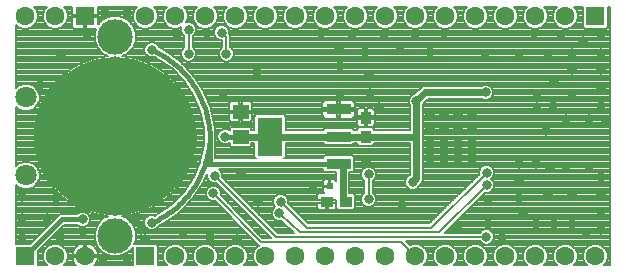
<source format=gbl>
G75*
%MOIN*%
%OFA0B0*%
%FSLAX25Y25*%
%IPPOS*%
%LPD*%
%AMOC8*
5,1,8,0,0,1.08239X$1,22.5*
%
%ADD10C,0.03575*%
%ADD11R,0.08465X0.12795*%
%ADD12R,0.08465X0.03740*%
%ADD13R,0.04134X0.03543*%
%ADD14R,0.03543X0.04134*%
%ADD15R,0.02362X0.02362*%
%ADD16R,0.05315X0.04724*%
%ADD17C,0.07087*%
%ADD18C,0.51181*%
%ADD19C,0.11811*%
%ADD20R,0.06299X0.06299*%
%ADD21C,0.06299*%
%ADD22C,0.03175*%
%ADD23C,0.00787*%
%ADD24C,0.01181*%
%ADD25C,0.02362*%
%ADD26C,0.01575*%
%ADD27C,0.01600*%
D10*
X0143669Y0039189D03*
X0148394Y0039189D03*
X0153118Y0039189D03*
X0157843Y0039189D03*
X0157843Y0043913D03*
X0153118Y0043913D03*
X0148394Y0043913D03*
X0143669Y0043913D03*
X0143669Y0048638D03*
X0148394Y0048638D03*
X0153118Y0048638D03*
X0157843Y0048638D03*
X0157843Y0053362D03*
X0153118Y0053362D03*
X0148394Y0053362D03*
X0143669Y0053362D03*
D11*
X0090362Y0046276D03*
D12*
X0113197Y0046276D03*
X0113197Y0037220D03*
X0113197Y0055331D03*
D13*
X0115559Y0024622D03*
X0109260Y0024622D03*
D14*
X0122252Y0046276D03*
X0122252Y0052575D03*
D15*
X0114575Y0029740D03*
X0110244Y0029740D03*
D16*
X0080520Y0046276D03*
X0080520Y0054543D03*
D17*
X0009004Y0059386D03*
X0009004Y0033402D03*
D18*
X0038748Y0046394D03*
D19*
X0038748Y0079602D03*
X0038748Y0013185D03*
D20*
X0048748Y0006394D03*
X0008748Y0006394D03*
X0028748Y0086394D03*
X0198748Y0086394D03*
D21*
X0188748Y0086394D03*
X0178748Y0086394D03*
X0168748Y0086394D03*
X0158748Y0086394D03*
X0148748Y0086394D03*
X0138748Y0086394D03*
X0128748Y0086394D03*
X0118748Y0086394D03*
X0108748Y0086394D03*
X0098748Y0086394D03*
X0088748Y0086394D03*
X0078748Y0086394D03*
X0068748Y0086394D03*
X0058748Y0086394D03*
X0048748Y0086394D03*
X0018748Y0086394D03*
X0008748Y0086394D03*
X0018748Y0006394D03*
X0028748Y0006394D03*
X0058748Y0006394D03*
X0068748Y0006394D03*
X0078748Y0006394D03*
X0088748Y0006394D03*
X0098748Y0006394D03*
X0108748Y0006394D03*
X0118748Y0006394D03*
X0128748Y0006394D03*
X0138748Y0006394D03*
X0148748Y0006394D03*
X0158748Y0006394D03*
X0168748Y0006394D03*
X0178748Y0006394D03*
X0188748Y0006394D03*
X0198748Y0006394D03*
D22*
X0195638Y0013992D03*
X0200756Y0015173D03*
X0190913Y0017142D03*
X0185008Y0017142D03*
X0179102Y0017142D03*
X0174772Y0020685D03*
X0173197Y0025803D03*
X0162961Y0025016D03*
X0162567Y0030134D03*
X0162606Y0034268D03*
X0173197Y0037220D03*
X0179102Y0037220D03*
X0183827Y0035646D03*
X0188945Y0036039D03*
X0196819Y0036039D03*
X0200756Y0032890D03*
X0200756Y0026984D03*
X0190913Y0026984D03*
X0183039Y0026984D03*
X0173197Y0031315D03*
X0200756Y0021079D03*
X0167685Y0012417D03*
X0162409Y0012811D03*
X0162961Y0017142D03*
X0152567Y0015961D03*
X0134417Y0023441D03*
X0123197Y0025409D03*
X0138000Y0031118D03*
X0123197Y0033677D03*
X0122409Y0038008D03*
X0104535Y0029740D03*
X0093906Y0024622D03*
X0086425Y0024622D03*
X0093512Y0020685D03*
X0079496Y0012024D03*
X0070441Y0012811D03*
X0061386Y0013992D03*
X0050992Y0017535D03*
X0047449Y0015173D03*
X0045480Y0018323D03*
X0048787Y0012024D03*
X0042724Y0005331D03*
X0034850Y0005331D03*
X0020283Y0012811D03*
X0028157Y0014780D03*
X0027913Y0018717D03*
X0027370Y0022654D03*
X0019102Y0025803D03*
X0007685Y0026197D03*
X0007685Y0019110D03*
X0015953Y0019110D03*
X0007685Y0012417D03*
X0040362Y0027378D03*
X0032882Y0028165D03*
X0037606Y0031709D03*
X0027764Y0031709D03*
X0014378Y0041157D03*
X0014378Y0046276D03*
X0014378Y0051394D03*
X0030520Y0060843D03*
X0036031Y0060843D03*
X0027764Y0065567D03*
X0020677Y0064386D03*
X0013591Y0063598D03*
X0020677Y0073441D03*
X0029339Y0080134D03*
X0035244Y0087614D03*
X0042724Y0087614D03*
X0059417Y0080134D03*
X0063197Y0081945D03*
X0069260Y0080921D03*
X0074220Y0080921D03*
X0075795Y0073835D03*
X0063197Y0073835D03*
X0050992Y0075213D03*
X0050205Y0063598D03*
X0074614Y0060449D03*
X0086031Y0067929D03*
X0113748Y0069898D03*
X0123433Y0066748D03*
X0123591Y0060843D03*
X0113748Y0060449D03*
X0126740Y0056118D03*
X0139181Y0058087D03*
X0162213Y0061039D03*
X0179496Y0059268D03*
X0184850Y0056512D03*
X0179496Y0055331D03*
X0188945Y0052181D03*
X0196819Y0052181D03*
X0201937Y0051787D03*
X0200756Y0056512D03*
X0190913Y0060449D03*
X0185008Y0064386D03*
X0190913Y0068323D03*
X0200756Y0068323D03*
X0200756Y0074228D03*
X0194850Y0078165D03*
X0200756Y0080134D03*
X0187370Y0080134D03*
X0178315Y0080921D03*
X0183039Y0073835D03*
X0190913Y0074228D03*
X0173197Y0073835D03*
X0162173Y0072654D03*
X0148394Y0080921D03*
X0138551Y0080528D03*
X0133669Y0076197D03*
X0128315Y0080528D03*
X0117685Y0080528D03*
X0113354Y0075409D03*
X0121858Y0074622D03*
X0107449Y0080921D03*
X0143669Y0074622D03*
X0200756Y0062417D03*
X0182252Y0048244D03*
X0080520Y0034071D03*
X0071858Y0033283D03*
X0064772Y0037614D03*
X0075402Y0046276D03*
X0071465Y0027378D03*
D23*
X0012882Y0008004D02*
X0012882Y0003362D01*
X0015933Y0003362D01*
X0015244Y0004052D01*
X0014614Y0005571D01*
X0014614Y0007216D01*
X0015244Y0008735D01*
X0016406Y0009898D01*
X0017926Y0010528D01*
X0019570Y0010528D01*
X0021090Y0009898D01*
X0022253Y0008735D01*
X0022882Y0007216D01*
X0022882Y0005571D01*
X0022253Y0004052D01*
X0021563Y0003362D01*
X0025655Y0003362D01*
X0025445Y0003572D01*
X0025044Y0004124D01*
X0024735Y0004731D01*
X0024524Y0005380D01*
X0024426Y0006000D01*
X0028354Y0006000D01*
X0028354Y0006787D01*
X0024426Y0006787D01*
X0024524Y0007408D01*
X0024735Y0008056D01*
X0025044Y0008663D01*
X0025445Y0009215D01*
X0025927Y0009697D01*
X0026478Y0010098D01*
X0027086Y0010407D01*
X0027734Y0010618D01*
X0028354Y0010716D01*
X0028354Y0006787D01*
X0029142Y0006787D01*
X0033070Y0006787D01*
X0032972Y0007408D01*
X0032761Y0008056D01*
X0032452Y0008663D01*
X0032051Y0009215D01*
X0031569Y0009697D01*
X0031018Y0010098D01*
X0030410Y0010407D01*
X0029762Y0010618D01*
X0029142Y0010716D01*
X0029142Y0006787D01*
X0029142Y0006000D01*
X0033070Y0006000D01*
X0032972Y0005380D01*
X0032761Y0004731D01*
X0032452Y0004124D01*
X0032051Y0003572D01*
X0031841Y0003362D01*
X0044614Y0003362D01*
X0044614Y0009343D01*
X0044589Y0009282D01*
X0042651Y0007344D01*
X0040118Y0006295D01*
X0037378Y0006295D01*
X0034845Y0007344D01*
X0032907Y0009282D01*
X0031858Y0011815D01*
X0031858Y0014555D01*
X0032907Y0017088D01*
X0034845Y0019026D01*
X0036507Y0019714D01*
X0035884Y0019758D01*
X0033992Y0020031D01*
X0032123Y0020437D01*
X0030288Y0020976D01*
X0028496Y0021644D01*
X0026757Y0022439D01*
X0025079Y0023355D01*
X0023470Y0024389D01*
X0021939Y0025535D01*
X0020494Y0026787D01*
X0019142Y0028139D01*
X0017889Y0029585D01*
X0016743Y0031115D01*
X0015709Y0032724D01*
X0014793Y0034403D01*
X0013998Y0036142D01*
X0013330Y0037934D01*
X0012791Y0039769D01*
X0012385Y0041637D01*
X0012113Y0043530D01*
X0011976Y0045438D01*
X0011976Y0046000D01*
X0038354Y0046000D01*
X0038354Y0046787D01*
X0011976Y0046787D01*
X0011976Y0047350D01*
X0012113Y0049257D01*
X0012385Y0051150D01*
X0012791Y0053019D01*
X0013330Y0054854D01*
X0013998Y0056645D01*
X0014793Y0058385D01*
X0015709Y0060063D01*
X0016743Y0061672D01*
X0017889Y0063203D01*
X0019142Y0064648D01*
X0020494Y0066000D01*
X0021939Y0067252D01*
X0023470Y0068398D01*
X0025079Y0069432D01*
X0026757Y0070349D01*
X0028496Y0071143D01*
X0030288Y0071812D01*
X0032123Y0072350D01*
X0033992Y0072757D01*
X0035884Y0073029D01*
X0036507Y0073073D01*
X0034845Y0073762D01*
X0032907Y0075700D01*
X0031858Y0078232D01*
X0031858Y0080973D01*
X0032342Y0082140D01*
X0032053Y0082063D01*
X0029142Y0082063D01*
X0029142Y0086000D01*
X0029142Y0086787D01*
X0033079Y0086787D01*
X0033079Y0089425D01*
X0045933Y0089425D01*
X0045244Y0088735D01*
X0044614Y0087216D01*
X0044614Y0085571D01*
X0045244Y0084052D01*
X0046406Y0082889D01*
X0047926Y0082260D01*
X0049570Y0082260D01*
X0051090Y0082889D01*
X0052253Y0084052D01*
X0052882Y0085571D01*
X0052882Y0087216D01*
X0052253Y0088735D01*
X0051563Y0089425D01*
X0055933Y0089425D01*
X0055244Y0088735D01*
X0054614Y0087216D01*
X0054614Y0085571D01*
X0055244Y0084052D01*
X0056406Y0082889D01*
X0057926Y0082260D01*
X0059570Y0082260D01*
X0060745Y0082747D01*
X0060625Y0082456D01*
X0060625Y0081433D01*
X0061017Y0080488D01*
X0061740Y0079765D01*
X0061819Y0079732D01*
X0061819Y0076047D01*
X0061740Y0076015D01*
X0061017Y0075291D01*
X0060625Y0074346D01*
X0060625Y0073323D01*
X0061017Y0072378D01*
X0061740Y0071655D01*
X0062685Y0071263D01*
X0063708Y0071263D01*
X0064654Y0071655D01*
X0065377Y0072378D01*
X0065768Y0073323D01*
X0065768Y0074346D01*
X0065377Y0075291D01*
X0064654Y0076015D01*
X0064575Y0076047D01*
X0064575Y0079732D01*
X0064654Y0079765D01*
X0065377Y0080488D01*
X0065768Y0081433D01*
X0065768Y0082456D01*
X0065377Y0083402D01*
X0064654Y0084125D01*
X0063708Y0084517D01*
X0062685Y0084517D01*
X0062395Y0084396D01*
X0062882Y0085571D01*
X0062882Y0087216D01*
X0062253Y0088735D01*
X0061563Y0089425D01*
X0065933Y0089425D01*
X0065244Y0088735D01*
X0064614Y0087216D01*
X0064614Y0085571D01*
X0065244Y0084052D01*
X0066406Y0082889D01*
X0067926Y0082260D01*
X0069570Y0082260D01*
X0071090Y0082889D01*
X0072253Y0084052D01*
X0072882Y0085571D01*
X0072882Y0087216D01*
X0072253Y0088735D01*
X0071563Y0089425D01*
X0075933Y0089425D01*
X0075244Y0088735D01*
X0074614Y0087216D01*
X0074614Y0085571D01*
X0075244Y0084052D01*
X0076406Y0082889D01*
X0077926Y0082260D01*
X0079570Y0082260D01*
X0081090Y0082889D01*
X0082253Y0084052D01*
X0082882Y0085571D01*
X0082882Y0087216D01*
X0082253Y0088735D01*
X0081563Y0089425D01*
X0085933Y0089425D01*
X0085244Y0088735D01*
X0084614Y0087216D01*
X0084614Y0085571D01*
X0085244Y0084052D01*
X0086406Y0082889D01*
X0087926Y0082260D01*
X0089570Y0082260D01*
X0091090Y0082889D01*
X0092253Y0084052D01*
X0092882Y0085571D01*
X0092882Y0087216D01*
X0092253Y0088735D01*
X0091563Y0089425D01*
X0095933Y0089425D01*
X0095244Y0088735D01*
X0094614Y0087216D01*
X0094614Y0085571D01*
X0095244Y0084052D01*
X0096406Y0082889D01*
X0097926Y0082260D01*
X0099570Y0082260D01*
X0101090Y0082889D01*
X0102253Y0084052D01*
X0102882Y0085571D01*
X0102882Y0087216D01*
X0102253Y0088735D01*
X0101563Y0089425D01*
X0105933Y0089425D01*
X0105244Y0088735D01*
X0104614Y0087216D01*
X0104614Y0085571D01*
X0105244Y0084052D01*
X0106406Y0082889D01*
X0107926Y0082260D01*
X0109570Y0082260D01*
X0111090Y0082889D01*
X0112253Y0084052D01*
X0112882Y0085571D01*
X0112882Y0087216D01*
X0112253Y0088735D01*
X0111563Y0089425D01*
X0115933Y0089425D01*
X0115244Y0088735D01*
X0114614Y0087216D01*
X0114614Y0085571D01*
X0115244Y0084052D01*
X0116406Y0082889D01*
X0117926Y0082260D01*
X0119570Y0082260D01*
X0121090Y0082889D01*
X0122253Y0084052D01*
X0122882Y0085571D01*
X0122882Y0087216D01*
X0122253Y0088735D01*
X0121563Y0089425D01*
X0125933Y0089425D01*
X0125244Y0088735D01*
X0124614Y0087216D01*
X0124614Y0085571D01*
X0125244Y0084052D01*
X0126406Y0082889D01*
X0127926Y0082260D01*
X0129570Y0082260D01*
X0131090Y0082889D01*
X0132253Y0084052D01*
X0132882Y0085571D01*
X0132882Y0087216D01*
X0132253Y0088735D01*
X0131563Y0089425D01*
X0135933Y0089425D01*
X0135244Y0088735D01*
X0134614Y0087216D01*
X0134614Y0085571D01*
X0135244Y0084052D01*
X0136406Y0082889D01*
X0137926Y0082260D01*
X0139570Y0082260D01*
X0141090Y0082889D01*
X0142253Y0084052D01*
X0142882Y0085571D01*
X0142882Y0087216D01*
X0142253Y0088735D01*
X0141563Y0089425D01*
X0145933Y0089425D01*
X0145244Y0088735D01*
X0144614Y0087216D01*
X0144614Y0085571D01*
X0145244Y0084052D01*
X0146406Y0082889D01*
X0147926Y0082260D01*
X0149570Y0082260D01*
X0151090Y0082889D01*
X0152253Y0084052D01*
X0152882Y0085571D01*
X0152882Y0087216D01*
X0152253Y0088735D01*
X0151563Y0089425D01*
X0155933Y0089425D01*
X0155244Y0088735D01*
X0154614Y0087216D01*
X0154614Y0085571D01*
X0155244Y0084052D01*
X0156406Y0082889D01*
X0157926Y0082260D01*
X0159570Y0082260D01*
X0161090Y0082889D01*
X0162253Y0084052D01*
X0162882Y0085571D01*
X0162882Y0087216D01*
X0162253Y0088735D01*
X0161563Y0089425D01*
X0165933Y0089425D01*
X0165244Y0088735D01*
X0164614Y0087216D01*
X0164614Y0085571D01*
X0165244Y0084052D01*
X0166406Y0082889D01*
X0167926Y0082260D01*
X0169570Y0082260D01*
X0171090Y0082889D01*
X0172253Y0084052D01*
X0172882Y0085571D01*
X0172882Y0087216D01*
X0172253Y0088735D01*
X0171563Y0089425D01*
X0175933Y0089425D01*
X0175244Y0088735D01*
X0174614Y0087216D01*
X0174614Y0085571D01*
X0175244Y0084052D01*
X0176406Y0082889D01*
X0177926Y0082260D01*
X0179570Y0082260D01*
X0181090Y0082889D01*
X0182253Y0084052D01*
X0182882Y0085571D01*
X0182882Y0087216D01*
X0182253Y0088735D01*
X0181563Y0089425D01*
X0185933Y0089425D01*
X0185244Y0088735D01*
X0184614Y0087216D01*
X0184614Y0085571D01*
X0185244Y0084052D01*
X0186406Y0082889D01*
X0187926Y0082260D01*
X0189570Y0082260D01*
X0191090Y0082889D01*
X0192253Y0084052D01*
X0192882Y0085571D01*
X0192882Y0087216D01*
X0192253Y0088735D01*
X0191563Y0089425D01*
X0194614Y0089425D01*
X0194614Y0082836D01*
X0195191Y0082260D01*
X0202305Y0082260D01*
X0202882Y0082836D01*
X0202882Y0089425D01*
X0203748Y0089425D01*
X0203748Y0003362D01*
X0201563Y0003362D01*
X0202253Y0004052D01*
X0202882Y0005571D01*
X0202882Y0007216D01*
X0202253Y0008735D01*
X0201090Y0009898D01*
X0199570Y0010528D01*
X0197926Y0010528D01*
X0196406Y0009898D01*
X0195244Y0008735D01*
X0194614Y0007216D01*
X0194614Y0005571D01*
X0195244Y0004052D01*
X0195933Y0003362D01*
X0191563Y0003362D01*
X0192253Y0004052D01*
X0192882Y0005571D01*
X0192882Y0007216D01*
X0192253Y0008735D01*
X0191090Y0009898D01*
X0189570Y0010528D01*
X0187926Y0010528D01*
X0186406Y0009898D01*
X0185244Y0008735D01*
X0184614Y0007216D01*
X0184614Y0005571D01*
X0185244Y0004052D01*
X0185933Y0003362D01*
X0181563Y0003362D01*
X0182253Y0004052D01*
X0182882Y0005571D01*
X0182882Y0007216D01*
X0182253Y0008735D01*
X0181090Y0009898D01*
X0179570Y0010528D01*
X0177926Y0010528D01*
X0176406Y0009898D01*
X0175244Y0008735D01*
X0174614Y0007216D01*
X0174614Y0005571D01*
X0175244Y0004052D01*
X0175933Y0003362D01*
X0171563Y0003362D01*
X0172253Y0004052D01*
X0172882Y0005571D01*
X0172882Y0007216D01*
X0172253Y0008735D01*
X0171090Y0009898D01*
X0169570Y0010528D01*
X0167926Y0010528D01*
X0166406Y0009898D01*
X0165244Y0008735D01*
X0164614Y0007216D01*
X0164614Y0005571D01*
X0165244Y0004052D01*
X0165933Y0003362D01*
X0161563Y0003362D01*
X0162253Y0004052D01*
X0162882Y0005571D01*
X0162882Y0007216D01*
X0162253Y0008735D01*
X0161090Y0009898D01*
X0159570Y0010528D01*
X0157926Y0010528D01*
X0156406Y0009898D01*
X0155244Y0008735D01*
X0154614Y0007216D01*
X0154614Y0005571D01*
X0155244Y0004052D01*
X0155933Y0003362D01*
X0151563Y0003362D01*
X0152253Y0004052D01*
X0152882Y0005571D01*
X0152882Y0007216D01*
X0152253Y0008735D01*
X0151090Y0009898D01*
X0149570Y0010528D01*
X0147926Y0010528D01*
X0146406Y0009898D01*
X0145244Y0008735D01*
X0144614Y0007216D01*
X0144614Y0005571D01*
X0145244Y0004052D01*
X0145933Y0003362D01*
X0141563Y0003362D01*
X0142253Y0004052D01*
X0142882Y0005571D01*
X0142882Y0007216D01*
X0142253Y0008735D01*
X0141090Y0009898D01*
X0139570Y0010528D01*
X0137926Y0010528D01*
X0136962Y0010128D01*
X0135657Y0011433D01*
X0160197Y0011433D01*
X0160229Y0011354D01*
X0160953Y0010631D01*
X0161898Y0010239D01*
X0162921Y0010239D01*
X0163866Y0010631D01*
X0164590Y0011354D01*
X0164981Y0012299D01*
X0164981Y0013323D01*
X0164590Y0014268D01*
X0163866Y0014991D01*
X0162921Y0015383D01*
X0161898Y0015383D01*
X0160953Y0014991D01*
X0160229Y0014268D01*
X0160197Y0014189D01*
X0148571Y0014189D01*
X0161977Y0027595D01*
X0162055Y0027562D01*
X0163078Y0027562D01*
X0164024Y0027954D01*
X0164747Y0028677D01*
X0165139Y0029622D01*
X0165139Y0030645D01*
X0164747Y0031591D01*
X0164157Y0032181D01*
X0164786Y0032811D01*
X0165178Y0033756D01*
X0165178Y0034779D01*
X0164786Y0035724D01*
X0164063Y0036448D01*
X0163118Y0036839D01*
X0162095Y0036839D01*
X0161150Y0036448D01*
X0160426Y0035724D01*
X0160035Y0034779D01*
X0160035Y0033756D01*
X0160061Y0033692D01*
X0143497Y0017339D01*
X0103138Y0017339D01*
X0096465Y0024012D01*
X0096445Y0024032D01*
X0096477Y0024111D01*
X0096477Y0025134D01*
X0096086Y0026079D01*
X0095362Y0026802D01*
X0094417Y0027194D01*
X0093394Y0027194D01*
X0092449Y0026802D01*
X0091725Y0026079D01*
X0091334Y0025134D01*
X0091334Y0024111D01*
X0091725Y0023165D01*
X0092040Y0022850D01*
X0091332Y0022142D01*
X0090940Y0021197D01*
X0090940Y0020173D01*
X0091332Y0019228D01*
X0092055Y0018505D01*
X0093000Y0018113D01*
X0094023Y0018113D01*
X0094156Y0018168D01*
X0098400Y0014189D01*
X0092901Y0014189D01*
X0074397Y0032693D01*
X0074430Y0032772D01*
X0074430Y0033795D01*
X0074038Y0034740D01*
X0073330Y0035449D01*
X0107980Y0035449D01*
X0107980Y0034943D01*
X0108557Y0034366D01*
X0112409Y0034366D01*
X0112409Y0031579D01*
X0112370Y0031646D01*
X0112150Y0031866D01*
X0111881Y0032022D01*
X0111581Y0032102D01*
X0110441Y0032102D01*
X0110441Y0029937D01*
X0110047Y0029937D01*
X0110047Y0029543D01*
X0107882Y0029543D01*
X0107882Y0028404D01*
X0107962Y0028103D01*
X0108118Y0027834D01*
X0108338Y0027614D01*
X0108406Y0027575D01*
X0107037Y0027575D01*
X0106737Y0027494D01*
X0106468Y0027339D01*
X0106248Y0027119D01*
X0106092Y0026850D01*
X0106012Y0026549D01*
X0106012Y0025016D01*
X0108866Y0025016D01*
X0108866Y0024228D01*
X0109654Y0024228D01*
X0109654Y0025016D01*
X0112409Y0025016D01*
X0112409Y0024709D01*
X0112482Y0024637D01*
X0112508Y0024592D01*
X0112508Y0022443D01*
X0113084Y0021866D01*
X0118034Y0021866D01*
X0118610Y0022443D01*
X0118610Y0026801D01*
X0118034Y0027378D01*
X0116740Y0027378D01*
X0116740Y0034366D01*
X0117837Y0034366D01*
X0118413Y0034943D01*
X0118413Y0039498D01*
X0117837Y0040075D01*
X0108557Y0040075D01*
X0107980Y0039498D01*
X0107980Y0038992D01*
X0095101Y0038992D01*
X0095579Y0039470D01*
X0095579Y0044110D01*
X0107980Y0044110D01*
X0107980Y0043998D01*
X0108557Y0043421D01*
X0117837Y0043421D01*
X0118413Y0043998D01*
X0118413Y0044110D01*
X0119496Y0044110D01*
X0119496Y0043801D01*
X0120073Y0043224D01*
X0124431Y0043224D01*
X0125008Y0043801D01*
X0125008Y0044110D01*
X0137016Y0044110D01*
X0137016Y0033494D01*
X0136543Y0033298D01*
X0135820Y0032575D01*
X0135428Y0031630D01*
X0135428Y0030607D01*
X0135820Y0029661D01*
X0136543Y0028938D01*
X0137488Y0028546D01*
X0138512Y0028546D01*
X0139457Y0028938D01*
X0140180Y0029661D01*
X0140572Y0030607D01*
X0140572Y0030627D01*
X0141346Y0031402D01*
X0141346Y0056615D01*
X0141361Y0056630D01*
X0141753Y0057575D01*
X0141753Y0057596D01*
X0143031Y0058874D01*
X0160741Y0058874D01*
X0160756Y0058859D01*
X0161701Y0058468D01*
X0162724Y0058468D01*
X0163669Y0058859D01*
X0164393Y0059583D01*
X0164784Y0060528D01*
X0164784Y0061551D01*
X0164393Y0062496D01*
X0163669Y0063220D01*
X0162724Y0063611D01*
X0161701Y0063611D01*
X0160756Y0063220D01*
X0160741Y0063205D01*
X0141237Y0063205D01*
X0138690Y0060658D01*
X0138670Y0060658D01*
X0137724Y0060267D01*
X0137001Y0059543D01*
X0136609Y0058598D01*
X0136609Y0057575D01*
X0137001Y0056630D01*
X0137016Y0056615D01*
X0137016Y0048441D01*
X0125008Y0048441D01*
X0125008Y0048750D01*
X0124431Y0049327D01*
X0120073Y0049327D01*
X0119496Y0048750D01*
X0119496Y0048441D01*
X0118413Y0048441D01*
X0118413Y0048553D01*
X0117837Y0049130D01*
X0108557Y0049130D01*
X0107980Y0048553D01*
X0107980Y0048441D01*
X0095579Y0048441D01*
X0095579Y0053081D01*
X0095002Y0053657D01*
X0085722Y0053657D01*
X0085146Y0053081D01*
X0085146Y0048441D01*
X0084161Y0048441D01*
X0084161Y0049045D01*
X0083585Y0049622D01*
X0077455Y0049622D01*
X0076878Y0049045D01*
X0076878Y0048436D01*
X0076858Y0048456D01*
X0075913Y0048847D01*
X0074890Y0048847D01*
X0073945Y0048456D01*
X0073221Y0047732D01*
X0072830Y0046787D01*
X0072830Y0045764D01*
X0073221Y0044819D01*
X0073945Y0044095D01*
X0074890Y0043704D01*
X0075913Y0043704D01*
X0076858Y0044095D01*
X0076878Y0044115D01*
X0076878Y0043506D01*
X0077455Y0042929D01*
X0083585Y0042929D01*
X0084161Y0043506D01*
X0084161Y0044110D01*
X0085146Y0044110D01*
X0085146Y0039470D01*
X0085624Y0038992D01*
X0072055Y0038992D01*
X0072055Y0045572D01*
X0072076Y0045594D01*
X0072056Y0046273D01*
X0072078Y0046951D01*
X0072055Y0046976D01*
X0072055Y0047009D01*
X0072034Y0047031D01*
X0071959Y0049555D01*
X0070577Y0055863D01*
X0068052Y0061806D01*
X0064470Y0067179D01*
X0064470Y0067179D01*
X0059955Y0071796D01*
X0059955Y0071796D01*
X0054664Y0075498D01*
X0054664Y0075498D01*
X0053426Y0076057D01*
X0053172Y0076669D01*
X0052449Y0077393D01*
X0051504Y0077784D01*
X0050481Y0077784D01*
X0049535Y0077393D01*
X0048812Y0076669D01*
X0048420Y0075724D01*
X0048420Y0074701D01*
X0048812Y0073756D01*
X0049535Y0073032D01*
X0050481Y0072641D01*
X0051504Y0072641D01*
X0051856Y0072787D01*
X0052837Y0072288D01*
X0057566Y0068980D01*
X0061600Y0064853D01*
X0064801Y0060052D01*
X0067058Y0054741D01*
X0068293Y0049104D01*
X0068508Y0046278D01*
X0068285Y0043468D01*
X0067132Y0038284D01*
X0066976Y0038128D01*
X0066976Y0037717D01*
X0064776Y0032585D01*
X0061576Y0027818D01*
X0057549Y0023725D01*
X0052833Y0020448D01*
X0051863Y0019958D01*
X0051504Y0020107D01*
X0050481Y0020107D01*
X0049535Y0019716D01*
X0048812Y0018992D01*
X0048420Y0018047D01*
X0048420Y0017024D01*
X0048812Y0016079D01*
X0049535Y0015355D01*
X0050481Y0014964D01*
X0051504Y0014964D01*
X0052449Y0015355D01*
X0053172Y0016079D01*
X0053422Y0016683D01*
X0054650Y0017233D01*
X0059929Y0020901D01*
X0064438Y0025483D01*
X0064438Y0025483D01*
X0068021Y0030821D01*
X0069287Y0033774D01*
X0069287Y0032772D01*
X0069678Y0031827D01*
X0070402Y0031103D01*
X0071347Y0030712D01*
X0072370Y0030712D01*
X0072449Y0030744D01*
X0090579Y0012614D01*
X0087793Y0012614D01*
X0073992Y0026760D01*
X0074036Y0026866D01*
X0074036Y0027889D01*
X0073645Y0028835D01*
X0072921Y0029558D01*
X0071976Y0029950D01*
X0070953Y0029950D01*
X0070008Y0029558D01*
X0069284Y0028835D01*
X0068893Y0027889D01*
X0068893Y0026866D01*
X0069284Y0025921D01*
X0070008Y0025198D01*
X0070953Y0024806D01*
X0071976Y0024806D01*
X0072028Y0024828D01*
X0085835Y0010675D01*
X0085835Y0010665D01*
X0086232Y0010268D01*
X0086539Y0009953D01*
X0086406Y0009898D01*
X0085244Y0008735D01*
X0084614Y0007216D01*
X0084614Y0005571D01*
X0085244Y0004052D01*
X0085933Y0003362D01*
X0081563Y0003362D01*
X0082253Y0004052D01*
X0082882Y0005571D01*
X0082882Y0007216D01*
X0082253Y0008735D01*
X0081090Y0009898D01*
X0079570Y0010528D01*
X0077926Y0010528D01*
X0076406Y0009898D01*
X0075244Y0008735D01*
X0074614Y0007216D01*
X0074614Y0005571D01*
X0075244Y0004052D01*
X0075933Y0003362D01*
X0071563Y0003362D01*
X0072253Y0004052D01*
X0072882Y0005571D01*
X0072882Y0007216D01*
X0072253Y0008735D01*
X0071090Y0009898D01*
X0069570Y0010528D01*
X0067926Y0010528D01*
X0066406Y0009898D01*
X0065244Y0008735D01*
X0064614Y0007216D01*
X0064614Y0005571D01*
X0065244Y0004052D01*
X0065933Y0003362D01*
X0061563Y0003362D01*
X0062253Y0004052D01*
X0062882Y0005571D01*
X0062882Y0007216D01*
X0062253Y0008735D01*
X0061090Y0009898D01*
X0059570Y0010528D01*
X0057926Y0010528D01*
X0056406Y0009898D01*
X0055244Y0008735D01*
X0054614Y0007216D01*
X0054614Y0005571D01*
X0055244Y0004052D01*
X0055933Y0003362D01*
X0052882Y0003362D01*
X0052882Y0009951D01*
X0052305Y0010528D01*
X0045191Y0010528D01*
X0045044Y0010381D01*
X0045638Y0011815D01*
X0045638Y0014555D01*
X0044589Y0017088D01*
X0042651Y0019026D01*
X0040990Y0019714D01*
X0041612Y0019758D01*
X0043504Y0020031D01*
X0045373Y0020437D01*
X0047208Y0020976D01*
X0049000Y0021644D01*
X0050739Y0022439D01*
X0052418Y0023355D01*
X0054026Y0024389D01*
X0055557Y0025535D01*
X0057002Y0026787D01*
X0058355Y0028139D01*
X0059607Y0029585D01*
X0060753Y0031115D01*
X0061787Y0032724D01*
X0062703Y0034403D01*
X0063498Y0036142D01*
X0064166Y0037934D01*
X0064705Y0039769D01*
X0065111Y0041637D01*
X0065383Y0043530D01*
X0065520Y0045438D01*
X0065520Y0046000D01*
X0039142Y0046000D01*
X0039142Y0046787D01*
X0065520Y0046787D01*
X0065520Y0047350D01*
X0065383Y0049257D01*
X0065111Y0051150D01*
X0064705Y0053019D01*
X0064166Y0054854D01*
X0063498Y0056645D01*
X0062703Y0058385D01*
X0061787Y0060063D01*
X0060753Y0061672D01*
X0059607Y0063203D01*
X0058355Y0064648D01*
X0057002Y0066000D01*
X0055557Y0067252D01*
X0054026Y0068398D01*
X0052418Y0069432D01*
X0050739Y0070349D01*
X0049000Y0071143D01*
X0047208Y0071812D01*
X0045373Y0072350D01*
X0043504Y0072757D01*
X0041612Y0073029D01*
X0040990Y0073073D01*
X0042651Y0073762D01*
X0044589Y0075700D01*
X0045638Y0078232D01*
X0045638Y0080973D01*
X0044589Y0083505D01*
X0042651Y0085443D01*
X0040118Y0086492D01*
X0037378Y0086492D01*
X0034845Y0085443D01*
X0033079Y0083677D01*
X0033079Y0086000D01*
X0029142Y0086000D01*
X0028354Y0086000D01*
X0024417Y0086000D01*
X0024417Y0083089D01*
X0024498Y0082788D01*
X0024653Y0082519D01*
X0024873Y0082299D01*
X0025143Y0082143D01*
X0025443Y0082063D01*
X0028354Y0082063D01*
X0028354Y0086000D01*
X0028354Y0086787D01*
X0024417Y0086787D01*
X0024417Y0089425D01*
X0021563Y0089425D01*
X0022253Y0088735D01*
X0022882Y0087216D01*
X0022882Y0085571D01*
X0022253Y0084052D01*
X0021090Y0082889D01*
X0019570Y0082260D01*
X0017926Y0082260D01*
X0016406Y0082889D01*
X0015244Y0084052D01*
X0014614Y0085571D01*
X0014614Y0087216D01*
X0015244Y0088735D01*
X0015933Y0089425D01*
X0011563Y0089425D01*
X0012253Y0088735D01*
X0012882Y0087216D01*
X0012882Y0085571D01*
X0012253Y0084052D01*
X0011090Y0082889D01*
X0009570Y0082260D01*
X0007926Y0082260D01*
X0006406Y0082889D01*
X0005717Y0083579D01*
X0005717Y0062501D01*
X0006439Y0063224D01*
X0008103Y0063913D01*
X0009905Y0063913D01*
X0011569Y0063224D01*
X0012842Y0061950D01*
X0013531Y0060286D01*
X0013531Y0058485D01*
X0012842Y0056821D01*
X0011569Y0055548D01*
X0009905Y0054858D01*
X0008103Y0054858D01*
X0006439Y0055548D01*
X0005717Y0056270D01*
X0005717Y0036517D01*
X0006439Y0037240D01*
X0008103Y0037929D01*
X0009905Y0037929D01*
X0011569Y0037240D01*
X0012842Y0035966D01*
X0013531Y0034302D01*
X0013531Y0032501D01*
X0012842Y0030837D01*
X0011569Y0029563D01*
X0009905Y0028874D01*
X0008103Y0028874D01*
X0006439Y0029563D01*
X0005717Y0030286D01*
X0005717Y0010528D01*
X0010359Y0010528D01*
X0019287Y0019456D01*
X0019287Y0019456D01*
X0020332Y0020501D01*
X0026061Y0020501D01*
X0026457Y0020897D01*
X0027402Y0021288D01*
X0028425Y0021288D01*
X0029370Y0020897D01*
X0030094Y0020173D01*
X0030485Y0019228D01*
X0030485Y0018205D01*
X0030094Y0017260D01*
X0029370Y0016536D01*
X0028425Y0016145D01*
X0027402Y0016145D01*
X0026457Y0016536D01*
X0026061Y0016932D01*
X0021810Y0016932D01*
X0012882Y0008004D01*
X0012882Y0007681D02*
X0014807Y0007681D01*
X0014614Y0006895D02*
X0012882Y0006895D01*
X0012882Y0006109D02*
X0014614Y0006109D01*
X0014717Y0005323D02*
X0012882Y0005323D01*
X0012882Y0004537D02*
X0015042Y0004537D01*
X0015544Y0003751D02*
X0012882Y0003751D01*
X0021952Y0003751D02*
X0025315Y0003751D01*
X0024833Y0004537D02*
X0022454Y0004537D01*
X0022779Y0005323D02*
X0024542Y0005323D01*
X0022882Y0006109D02*
X0028354Y0006109D01*
X0028354Y0006895D02*
X0029142Y0006895D01*
X0029142Y0006109D02*
X0044614Y0006109D01*
X0044614Y0005323D02*
X0032954Y0005323D01*
X0032663Y0004537D02*
X0044614Y0004537D01*
X0044614Y0003751D02*
X0032181Y0003751D01*
X0033053Y0006895D02*
X0035929Y0006895D01*
X0034508Y0007681D02*
X0032883Y0007681D01*
X0032552Y0008467D02*
X0033723Y0008467D01*
X0032937Y0009253D02*
X0032013Y0009253D01*
X0032594Y0010039D02*
X0031099Y0010039D01*
X0032268Y0010825D02*
X0015702Y0010825D01*
X0016488Y0011611D02*
X0031943Y0011611D01*
X0031858Y0012396D02*
X0017274Y0012396D01*
X0018060Y0013182D02*
X0031858Y0013182D01*
X0031858Y0013968D02*
X0018846Y0013968D01*
X0019632Y0014754D02*
X0031941Y0014754D01*
X0032266Y0015540D02*
X0020418Y0015540D01*
X0021204Y0016326D02*
X0026964Y0016326D01*
X0028862Y0016326D02*
X0032592Y0016326D01*
X0032931Y0017112D02*
X0029946Y0017112D01*
X0030358Y0017898D02*
X0033717Y0017898D01*
X0034503Y0018684D02*
X0030485Y0018684D01*
X0030385Y0019470D02*
X0035917Y0019470D01*
X0032957Y0020256D02*
X0030011Y0020256D01*
X0030112Y0021042D02*
X0029020Y0021042D01*
X0028095Y0021827D02*
X0005717Y0021827D01*
X0005717Y0021042D02*
X0026806Y0021042D01*
X0026437Y0022613D02*
X0005717Y0022613D01*
X0005717Y0023399D02*
X0025010Y0023399D01*
X0023787Y0024185D02*
X0005717Y0024185D01*
X0005717Y0024971D02*
X0022692Y0024971D01*
X0021683Y0025757D02*
X0005717Y0025757D01*
X0005717Y0026543D02*
X0020776Y0026543D01*
X0019952Y0027329D02*
X0005717Y0027329D01*
X0005717Y0028115D02*
X0019166Y0028115D01*
X0018482Y0028901D02*
X0009969Y0028901D01*
X0011692Y0029687D02*
X0017813Y0029687D01*
X0017225Y0030472D02*
X0012478Y0030472D01*
X0013017Y0031258D02*
X0016651Y0031258D01*
X0016146Y0032044D02*
X0013342Y0032044D01*
X0013531Y0032830D02*
X0015651Y0032830D01*
X0015222Y0033616D02*
X0013531Y0033616D01*
X0013490Y0034402D02*
X0014793Y0034402D01*
X0014434Y0035188D02*
X0013165Y0035188D01*
X0012835Y0035974D02*
X0014075Y0035974D01*
X0013768Y0036760D02*
X0012049Y0036760D01*
X0010830Y0037546D02*
X0013475Y0037546D01*
X0013213Y0038332D02*
X0005717Y0038332D01*
X0005717Y0039118D02*
X0012983Y0039118D01*
X0012762Y0039903D02*
X0005717Y0039903D01*
X0005717Y0040689D02*
X0012591Y0040689D01*
X0012420Y0041475D02*
X0005717Y0041475D01*
X0005717Y0042261D02*
X0012295Y0042261D01*
X0012182Y0043047D02*
X0005717Y0043047D01*
X0005717Y0043833D02*
X0012091Y0043833D01*
X0012035Y0044619D02*
X0005717Y0044619D01*
X0005717Y0045405D02*
X0011979Y0045405D01*
X0011976Y0046977D02*
X0005717Y0046977D01*
X0005717Y0047763D02*
X0012006Y0047763D01*
X0012062Y0048548D02*
X0005717Y0048548D01*
X0005717Y0049334D02*
X0012124Y0049334D01*
X0012237Y0050120D02*
X0005717Y0050120D01*
X0005717Y0050906D02*
X0012350Y0050906D01*
X0012503Y0051692D02*
X0005717Y0051692D01*
X0005717Y0052478D02*
X0012674Y0052478D01*
X0012863Y0053264D02*
X0005717Y0053264D01*
X0005717Y0054050D02*
X0013094Y0054050D01*
X0013325Y0054836D02*
X0005717Y0054836D01*
X0005717Y0055622D02*
X0006365Y0055622D01*
X0011643Y0055622D02*
X0013617Y0055622D01*
X0013910Y0056408D02*
X0012429Y0056408D01*
X0012996Y0057194D02*
X0014249Y0057194D01*
X0014608Y0057979D02*
X0013322Y0057979D01*
X0013531Y0058765D02*
X0015001Y0058765D01*
X0015430Y0059551D02*
X0013531Y0059551D01*
X0013510Y0060337D02*
X0015885Y0060337D01*
X0016391Y0061123D02*
X0013185Y0061123D01*
X0012859Y0061909D02*
X0016921Y0061909D01*
X0017509Y0062695D02*
X0012098Y0062695D01*
X0010949Y0063481D02*
X0018130Y0063481D01*
X0018811Y0064267D02*
X0005717Y0064267D01*
X0005717Y0065053D02*
X0019546Y0065053D01*
X0020332Y0065839D02*
X0005717Y0065839D01*
X0005717Y0066624D02*
X0021214Y0066624D01*
X0022150Y0067410D02*
X0005717Y0067410D01*
X0005717Y0068196D02*
X0023200Y0068196D01*
X0024378Y0068982D02*
X0005717Y0068982D01*
X0005717Y0069768D02*
X0025693Y0069768D01*
X0027206Y0070554D02*
X0005717Y0070554D01*
X0005717Y0071340D02*
X0029024Y0071340D01*
X0031359Y0072126D02*
X0005717Y0072126D01*
X0005717Y0072912D02*
X0035070Y0072912D01*
X0034999Y0073698D02*
X0005717Y0073698D01*
X0005717Y0074484D02*
X0034123Y0074484D01*
X0033337Y0075270D02*
X0005717Y0075270D01*
X0005717Y0076055D02*
X0032760Y0076055D01*
X0032434Y0076841D02*
X0005717Y0076841D01*
X0005717Y0077627D02*
X0032109Y0077627D01*
X0031858Y0078413D02*
X0005717Y0078413D01*
X0005717Y0079199D02*
X0031858Y0079199D01*
X0031858Y0079985D02*
X0005717Y0079985D01*
X0005717Y0080771D02*
X0031858Y0080771D01*
X0032100Y0081557D02*
X0005717Y0081557D01*
X0005717Y0082343D02*
X0007726Y0082343D01*
X0006167Y0083129D02*
X0005717Y0083129D01*
X0009770Y0082343D02*
X0017726Y0082343D01*
X0016167Y0083129D02*
X0011329Y0083129D01*
X0012115Y0083915D02*
X0015381Y0083915D01*
X0014975Y0084700D02*
X0012521Y0084700D01*
X0012847Y0085486D02*
X0014649Y0085486D01*
X0014614Y0086272D02*
X0012882Y0086272D01*
X0012882Y0087058D02*
X0014614Y0087058D01*
X0014874Y0087844D02*
X0012622Y0087844D01*
X0012296Y0088630D02*
X0015200Y0088630D01*
X0015924Y0089416D02*
X0011572Y0089416D01*
X0021572Y0089416D02*
X0024417Y0089416D01*
X0024417Y0088630D02*
X0022296Y0088630D01*
X0022622Y0087844D02*
X0024417Y0087844D01*
X0024417Y0087058D02*
X0022882Y0087058D01*
X0022882Y0086272D02*
X0028354Y0086272D01*
X0028354Y0085486D02*
X0029142Y0085486D01*
X0029142Y0084700D02*
X0028354Y0084700D01*
X0028354Y0083915D02*
X0029142Y0083915D01*
X0029142Y0083129D02*
X0028354Y0083129D01*
X0028354Y0082343D02*
X0029142Y0082343D01*
X0024829Y0082343D02*
X0019770Y0082343D01*
X0021329Y0083129D02*
X0024417Y0083129D01*
X0024417Y0083915D02*
X0022115Y0083915D01*
X0022521Y0084700D02*
X0024417Y0084700D01*
X0024417Y0085486D02*
X0022847Y0085486D01*
X0029142Y0086272D02*
X0036847Y0086272D01*
X0034950Y0085486D02*
X0033079Y0085486D01*
X0033079Y0084700D02*
X0034103Y0084700D01*
X0033317Y0083915D02*
X0033079Y0083915D01*
X0033079Y0087058D02*
X0044614Y0087058D01*
X0044614Y0086272D02*
X0040649Y0086272D01*
X0042547Y0085486D02*
X0044649Y0085486D01*
X0044975Y0084700D02*
X0043394Y0084700D01*
X0044179Y0083915D02*
X0045381Y0083915D01*
X0044745Y0083129D02*
X0046167Y0083129D01*
X0045070Y0082343D02*
X0047726Y0082343D01*
X0049770Y0082343D02*
X0057726Y0082343D01*
X0056167Y0083129D02*
X0051329Y0083129D01*
X0052115Y0083915D02*
X0055381Y0083915D01*
X0054975Y0084700D02*
X0052521Y0084700D01*
X0052847Y0085486D02*
X0054649Y0085486D01*
X0054614Y0086272D02*
X0052882Y0086272D01*
X0052882Y0087058D02*
X0054614Y0087058D01*
X0054874Y0087844D02*
X0052622Y0087844D01*
X0052296Y0088630D02*
X0055200Y0088630D01*
X0055924Y0089416D02*
X0051572Y0089416D01*
X0045924Y0089416D02*
X0033079Y0089416D01*
X0033079Y0088630D02*
X0045200Y0088630D01*
X0044874Y0087844D02*
X0033079Y0087844D01*
X0045396Y0081557D02*
X0060625Y0081557D01*
X0060625Y0082343D02*
X0059770Y0082343D01*
X0060900Y0080771D02*
X0045638Y0080771D01*
X0045638Y0079985D02*
X0061520Y0079985D01*
X0061819Y0079199D02*
X0045638Y0079199D01*
X0045638Y0078413D02*
X0061819Y0078413D01*
X0061819Y0077627D02*
X0051883Y0077627D01*
X0053000Y0076841D02*
X0061819Y0076841D01*
X0061819Y0076055D02*
X0053430Y0076055D01*
X0054990Y0075270D02*
X0061008Y0075270D01*
X0060682Y0074484D02*
X0056114Y0074484D01*
X0057237Y0073698D02*
X0060625Y0073698D01*
X0060796Y0072912D02*
X0058361Y0072912D01*
X0059484Y0072126D02*
X0061269Y0072126D01*
X0060401Y0071340D02*
X0062500Y0071340D01*
X0063894Y0071340D02*
X0075098Y0071340D01*
X0075284Y0071263D02*
X0076307Y0071263D01*
X0077252Y0071655D01*
X0077975Y0072378D01*
X0078367Y0073323D01*
X0078367Y0074346D01*
X0077975Y0075291D01*
X0077252Y0076015D01*
X0077173Y0076047D01*
X0077173Y0079917D01*
X0076759Y0080331D01*
X0076792Y0080410D01*
X0076792Y0081433D01*
X0076401Y0082378D01*
X0075677Y0083101D01*
X0074732Y0083493D01*
X0073709Y0083493D01*
X0072764Y0083101D01*
X0072040Y0082378D01*
X0071649Y0081433D01*
X0071649Y0080410D01*
X0072040Y0079465D01*
X0072764Y0078741D01*
X0073709Y0078350D01*
X0074417Y0078350D01*
X0074417Y0076047D01*
X0074339Y0076015D01*
X0073615Y0075291D01*
X0073224Y0074346D01*
X0073224Y0073323D01*
X0073615Y0072378D01*
X0074339Y0071655D01*
X0075284Y0071263D01*
X0076493Y0071340D02*
X0203748Y0071340D01*
X0203748Y0072126D02*
X0077723Y0072126D01*
X0078197Y0072912D02*
X0203748Y0072912D01*
X0203748Y0073698D02*
X0078367Y0073698D01*
X0078310Y0074484D02*
X0203748Y0074484D01*
X0203748Y0075270D02*
X0077984Y0075270D01*
X0077173Y0076055D02*
X0203748Y0076055D01*
X0203748Y0076841D02*
X0077173Y0076841D01*
X0077173Y0077627D02*
X0203748Y0077627D01*
X0203748Y0078413D02*
X0077173Y0078413D01*
X0077173Y0079199D02*
X0203748Y0079199D01*
X0203748Y0079985D02*
X0077105Y0079985D01*
X0076792Y0080771D02*
X0203748Y0080771D01*
X0203748Y0081557D02*
X0076741Y0081557D01*
X0076415Y0082343D02*
X0077726Y0082343D01*
X0076167Y0083129D02*
X0075611Y0083129D01*
X0075381Y0083915D02*
X0072115Y0083915D01*
X0072521Y0084700D02*
X0074975Y0084700D01*
X0074649Y0085486D02*
X0072847Y0085486D01*
X0072882Y0086272D02*
X0074614Y0086272D01*
X0074614Y0087058D02*
X0072882Y0087058D01*
X0072622Y0087844D02*
X0074874Y0087844D01*
X0075200Y0088630D02*
X0072296Y0088630D01*
X0071572Y0089416D02*
X0075924Y0089416D01*
X0081572Y0089416D02*
X0085924Y0089416D01*
X0085200Y0088630D02*
X0082296Y0088630D01*
X0082622Y0087844D02*
X0084874Y0087844D01*
X0084614Y0087058D02*
X0082882Y0087058D01*
X0082882Y0086272D02*
X0084614Y0086272D01*
X0084649Y0085486D02*
X0082847Y0085486D01*
X0082521Y0084700D02*
X0084975Y0084700D01*
X0085381Y0083915D02*
X0082115Y0083915D01*
X0081329Y0083129D02*
X0086167Y0083129D01*
X0087726Y0082343D02*
X0079770Y0082343D01*
X0075795Y0079346D02*
X0074220Y0080921D01*
X0071825Y0079985D02*
X0064874Y0079985D01*
X0064575Y0079199D02*
X0072306Y0079199D01*
X0073555Y0078413D02*
X0064575Y0078413D01*
X0064575Y0077627D02*
X0074417Y0077627D01*
X0074417Y0076841D02*
X0064575Y0076841D01*
X0064575Y0076055D02*
X0074417Y0076055D01*
X0073606Y0075270D02*
X0065386Y0075270D01*
X0065712Y0074484D02*
X0073281Y0074484D01*
X0073224Y0073698D02*
X0065768Y0073698D01*
X0065598Y0072912D02*
X0073394Y0072912D01*
X0073867Y0072126D02*
X0065125Y0072126D01*
X0061170Y0070554D02*
X0203748Y0070554D01*
X0203748Y0069768D02*
X0061938Y0069768D01*
X0062707Y0068982D02*
X0203748Y0068982D01*
X0203748Y0068196D02*
X0063475Y0068196D01*
X0064244Y0067410D02*
X0203748Y0067410D01*
X0203748Y0066624D02*
X0064839Y0066624D01*
X0065363Y0065839D02*
X0203748Y0065839D01*
X0203748Y0065053D02*
X0065887Y0065053D01*
X0066411Y0064267D02*
X0203748Y0064267D01*
X0203748Y0063481D02*
X0163038Y0063481D01*
X0164194Y0062695D02*
X0203748Y0062695D01*
X0203748Y0061909D02*
X0164636Y0061909D01*
X0164784Y0061123D02*
X0203748Y0061123D01*
X0203748Y0060337D02*
X0164705Y0060337D01*
X0164361Y0059551D02*
X0203748Y0059551D01*
X0203748Y0058765D02*
X0163443Y0058765D01*
X0160983Y0058765D02*
X0142922Y0058765D01*
X0142136Y0057979D02*
X0203748Y0057979D01*
X0203748Y0057194D02*
X0141595Y0057194D01*
X0141346Y0056408D02*
X0203748Y0056408D01*
X0203748Y0055622D02*
X0141346Y0055622D01*
X0141346Y0054836D02*
X0203748Y0054836D01*
X0203748Y0054050D02*
X0141346Y0054050D01*
X0141346Y0053264D02*
X0203748Y0053264D01*
X0203748Y0052478D02*
X0141346Y0052478D01*
X0141346Y0051692D02*
X0203748Y0051692D01*
X0203748Y0050906D02*
X0141346Y0050906D01*
X0141346Y0050120D02*
X0203748Y0050120D01*
X0203748Y0049334D02*
X0141346Y0049334D01*
X0141346Y0048548D02*
X0203748Y0048548D01*
X0203748Y0047763D02*
X0141346Y0047763D01*
X0141346Y0046977D02*
X0203748Y0046977D01*
X0203748Y0046191D02*
X0141346Y0046191D01*
X0141346Y0045405D02*
X0203748Y0045405D01*
X0203748Y0044619D02*
X0141346Y0044619D01*
X0141346Y0043833D02*
X0203748Y0043833D01*
X0203748Y0043047D02*
X0141346Y0043047D01*
X0141346Y0042261D02*
X0203748Y0042261D01*
X0203748Y0041475D02*
X0141346Y0041475D01*
X0141346Y0040689D02*
X0203748Y0040689D01*
X0203748Y0039903D02*
X0141346Y0039903D01*
X0141346Y0039118D02*
X0203748Y0039118D01*
X0203748Y0038332D02*
X0141346Y0038332D01*
X0141346Y0037546D02*
X0203748Y0037546D01*
X0203748Y0036760D02*
X0163310Y0036760D01*
X0161903Y0036760D02*
X0141346Y0036760D01*
X0141346Y0035974D02*
X0160676Y0035974D01*
X0160204Y0035188D02*
X0141346Y0035188D01*
X0141346Y0034402D02*
X0160035Y0034402D01*
X0159985Y0033616D02*
X0141346Y0033616D01*
X0141346Y0032830D02*
X0159189Y0032830D01*
X0158393Y0032044D02*
X0141346Y0032044D01*
X0141203Y0031258D02*
X0157597Y0031258D01*
X0156801Y0030472D02*
X0140516Y0030472D01*
X0140191Y0029687D02*
X0156005Y0029687D01*
X0155209Y0028901D02*
X0139367Y0028901D01*
X0136633Y0028901D02*
X0124575Y0028901D01*
X0124575Y0029687D02*
X0135809Y0029687D01*
X0135484Y0030472D02*
X0124575Y0030472D01*
X0124575Y0031258D02*
X0135428Y0031258D01*
X0135600Y0032044D02*
X0125201Y0032044D01*
X0125377Y0032220D02*
X0125768Y0033166D01*
X0125768Y0034189D01*
X0125377Y0035134D01*
X0124654Y0035857D01*
X0123708Y0036249D01*
X0122685Y0036249D01*
X0121740Y0035857D01*
X0121017Y0035134D01*
X0120625Y0034189D01*
X0120625Y0033166D01*
X0121017Y0032220D01*
X0121740Y0031497D01*
X0121819Y0031464D01*
X0121819Y0027622D01*
X0121740Y0027590D01*
X0121017Y0026866D01*
X0120625Y0025921D01*
X0120625Y0024898D01*
X0121017Y0023953D01*
X0121740Y0023229D01*
X0122685Y0022838D01*
X0123708Y0022838D01*
X0124654Y0023229D01*
X0125377Y0023953D01*
X0125768Y0024898D01*
X0125768Y0025921D01*
X0125377Y0026866D01*
X0124654Y0027590D01*
X0124575Y0027622D01*
X0124575Y0031464D01*
X0124654Y0031497D01*
X0125377Y0032220D01*
X0125630Y0032830D02*
X0136075Y0032830D01*
X0137016Y0033616D02*
X0125768Y0033616D01*
X0125680Y0034402D02*
X0137016Y0034402D01*
X0137016Y0035188D02*
X0125323Y0035188D01*
X0124372Y0035974D02*
X0137016Y0035974D01*
X0137016Y0036760D02*
X0118413Y0036760D01*
X0118413Y0037546D02*
X0137016Y0037546D01*
X0137016Y0038332D02*
X0118413Y0038332D01*
X0118413Y0039118D02*
X0137016Y0039118D01*
X0137016Y0039903D02*
X0118008Y0039903D01*
X0118249Y0043833D02*
X0119496Y0043833D01*
X0125008Y0043833D02*
X0137016Y0043833D01*
X0137016Y0043047D02*
X0095579Y0043047D01*
X0095579Y0042261D02*
X0137016Y0042261D01*
X0137016Y0041475D02*
X0095579Y0041475D01*
X0095579Y0040689D02*
X0137016Y0040689D01*
X0122022Y0035974D02*
X0118413Y0035974D01*
X0118413Y0035188D02*
X0121071Y0035188D01*
X0120714Y0034402D02*
X0117873Y0034402D01*
X0116740Y0033616D02*
X0120625Y0033616D01*
X0120764Y0032830D02*
X0116740Y0032830D01*
X0116740Y0032044D02*
X0121193Y0032044D01*
X0121819Y0031258D02*
X0116740Y0031258D01*
X0116740Y0030472D02*
X0121819Y0030472D01*
X0121819Y0029687D02*
X0116740Y0029687D01*
X0116740Y0028901D02*
X0121819Y0028901D01*
X0121819Y0028115D02*
X0116740Y0028115D01*
X0118083Y0027329D02*
X0121479Y0027329D01*
X0120883Y0026543D02*
X0118610Y0026543D01*
X0118610Y0025757D02*
X0120625Y0025757D01*
X0120625Y0024971D02*
X0118610Y0024971D01*
X0118610Y0024185D02*
X0120920Y0024185D01*
X0121570Y0023399D02*
X0118610Y0023399D01*
X0118610Y0022613D02*
X0148840Y0022613D01*
X0148044Y0021827D02*
X0111917Y0021827D01*
X0111783Y0021750D02*
X0112052Y0021905D01*
X0112272Y0022125D01*
X0112427Y0022395D01*
X0112508Y0022695D01*
X0112508Y0024228D01*
X0109654Y0024228D01*
X0109654Y0021669D01*
X0111482Y0021669D01*
X0111783Y0021750D01*
X0112486Y0022613D02*
X0112508Y0022613D01*
X0112508Y0023399D02*
X0112508Y0023399D01*
X0112508Y0024185D02*
X0112508Y0024185D01*
X0112409Y0024971D02*
X0109654Y0024971D01*
X0109654Y0024185D02*
X0108866Y0024185D01*
X0108866Y0024228D02*
X0108866Y0021669D01*
X0107037Y0021669D01*
X0106737Y0021750D01*
X0106468Y0021905D01*
X0106248Y0022125D01*
X0106092Y0022395D01*
X0106012Y0022695D01*
X0106012Y0024228D01*
X0108866Y0024228D01*
X0108866Y0024971D02*
X0096477Y0024971D01*
X0096477Y0024185D02*
X0106012Y0024185D01*
X0106012Y0023399D02*
X0097077Y0023399D01*
X0097863Y0022613D02*
X0106034Y0022613D01*
X0106603Y0021827D02*
X0098649Y0021827D01*
X0099435Y0021042D02*
X0147248Y0021042D01*
X0146452Y0020256D02*
X0100221Y0020256D01*
X0101007Y0019470D02*
X0145656Y0019470D01*
X0144860Y0018684D02*
X0101792Y0018684D01*
X0102578Y0017898D02*
X0144064Y0017898D01*
X0144063Y0015961D02*
X0140362Y0015961D01*
X0102567Y0015961D01*
X0095087Y0023441D01*
X0093906Y0024622D01*
X0096219Y0025757D02*
X0106012Y0025757D01*
X0106012Y0026543D02*
X0095621Y0026543D01*
X0092190Y0026543D02*
X0080548Y0026543D01*
X0081333Y0025757D02*
X0091592Y0025757D01*
X0091334Y0024971D02*
X0082119Y0024971D01*
X0082905Y0024185D02*
X0091334Y0024185D01*
X0091628Y0023399D02*
X0083691Y0023399D01*
X0084477Y0022613D02*
X0091803Y0022613D01*
X0091201Y0021827D02*
X0085263Y0021827D01*
X0086049Y0021042D02*
X0090940Y0021042D01*
X0090940Y0020256D02*
X0086835Y0020256D01*
X0087621Y0019470D02*
X0091232Y0019470D01*
X0091876Y0018684D02*
X0088407Y0018684D01*
X0089193Y0017898D02*
X0094444Y0017898D01*
X0095282Y0017112D02*
X0089978Y0017112D01*
X0090764Y0016326D02*
X0096120Y0016326D01*
X0096959Y0015540D02*
X0091550Y0015540D01*
X0092336Y0014754D02*
X0097797Y0014754D01*
X0100205Y0014386D02*
X0144063Y0014386D01*
X0146819Y0014386D01*
X0162567Y0030134D01*
X0164885Y0031258D02*
X0203748Y0031258D01*
X0203748Y0030472D02*
X0165139Y0030472D01*
X0165139Y0029687D02*
X0203748Y0029687D01*
X0203748Y0028901D02*
X0164840Y0028901D01*
X0164185Y0028115D02*
X0203748Y0028115D01*
X0203748Y0027329D02*
X0161711Y0027329D01*
X0160925Y0026543D02*
X0203748Y0026543D01*
X0203748Y0025757D02*
X0160139Y0025757D01*
X0159353Y0024971D02*
X0203748Y0024971D01*
X0203748Y0024185D02*
X0158567Y0024185D01*
X0157781Y0023399D02*
X0203748Y0023399D01*
X0203748Y0022613D02*
X0156995Y0022613D01*
X0156209Y0021827D02*
X0203748Y0021827D01*
X0203748Y0021042D02*
X0155423Y0021042D01*
X0154637Y0020256D02*
X0203748Y0020256D01*
X0203748Y0019470D02*
X0153851Y0019470D01*
X0153066Y0018684D02*
X0203748Y0018684D01*
X0203748Y0017898D02*
X0152280Y0017898D01*
X0151494Y0017112D02*
X0203748Y0017112D01*
X0203748Y0016326D02*
X0150708Y0016326D01*
X0149922Y0015540D02*
X0203748Y0015540D01*
X0203748Y0014754D02*
X0164103Y0014754D01*
X0164714Y0013968D02*
X0203748Y0013968D01*
X0203748Y0013182D02*
X0164981Y0013182D01*
X0164981Y0012396D02*
X0203748Y0012396D01*
X0203748Y0011611D02*
X0164696Y0011611D01*
X0164060Y0010825D02*
X0203748Y0010825D01*
X0203748Y0010039D02*
X0200750Y0010039D01*
X0201735Y0009253D02*
X0203748Y0009253D01*
X0203748Y0008467D02*
X0202364Y0008467D01*
X0202689Y0007681D02*
X0203748Y0007681D01*
X0203748Y0006895D02*
X0202882Y0006895D01*
X0202882Y0006109D02*
X0203748Y0006109D01*
X0203748Y0005323D02*
X0202779Y0005323D01*
X0202454Y0004537D02*
X0203748Y0004537D01*
X0203748Y0003751D02*
X0201952Y0003751D01*
X0195544Y0003751D02*
X0191952Y0003751D01*
X0192454Y0004537D02*
X0195042Y0004537D01*
X0194717Y0005323D02*
X0192779Y0005323D01*
X0192882Y0006109D02*
X0194614Y0006109D01*
X0194614Y0006895D02*
X0192882Y0006895D01*
X0192689Y0007681D02*
X0194807Y0007681D01*
X0195132Y0008467D02*
X0192364Y0008467D01*
X0191735Y0009253D02*
X0195761Y0009253D01*
X0196746Y0010039D02*
X0190750Y0010039D01*
X0186746Y0010039D02*
X0180750Y0010039D01*
X0181735Y0009253D02*
X0185761Y0009253D01*
X0185132Y0008467D02*
X0182364Y0008467D01*
X0182689Y0007681D02*
X0184807Y0007681D01*
X0184614Y0006895D02*
X0182882Y0006895D01*
X0182882Y0006109D02*
X0184614Y0006109D01*
X0184717Y0005323D02*
X0182779Y0005323D01*
X0182454Y0004537D02*
X0185042Y0004537D01*
X0185544Y0003751D02*
X0181952Y0003751D01*
X0175544Y0003751D02*
X0171952Y0003751D01*
X0172454Y0004537D02*
X0175042Y0004537D01*
X0174717Y0005323D02*
X0172779Y0005323D01*
X0172882Y0006109D02*
X0174614Y0006109D01*
X0174614Y0006895D02*
X0172882Y0006895D01*
X0172689Y0007681D02*
X0174807Y0007681D01*
X0175132Y0008467D02*
X0172364Y0008467D01*
X0171735Y0009253D02*
X0175761Y0009253D01*
X0176746Y0010039D02*
X0170750Y0010039D01*
X0166746Y0010039D02*
X0160750Y0010039D01*
X0160759Y0010825D02*
X0136266Y0010825D01*
X0133906Y0011236D02*
X0138748Y0006394D01*
X0142882Y0006109D02*
X0144614Y0006109D01*
X0144614Y0006895D02*
X0142882Y0006895D01*
X0142689Y0007681D02*
X0144807Y0007681D01*
X0145132Y0008467D02*
X0142364Y0008467D01*
X0141735Y0009253D02*
X0145761Y0009253D01*
X0146746Y0010039D02*
X0140750Y0010039D01*
X0133906Y0011236D02*
X0119890Y0011236D01*
X0087213Y0011236D01*
X0071465Y0027378D01*
X0074036Y0027329D02*
X0075864Y0027329D01*
X0075078Y0028115D02*
X0073943Y0028115D01*
X0074292Y0028901D02*
X0073579Y0028901D01*
X0073506Y0029687D02*
X0072611Y0029687D01*
X0072721Y0030472D02*
X0067787Y0030472D01*
X0068021Y0030821D02*
X0068021Y0030821D01*
X0068208Y0031258D02*
X0070246Y0031258D01*
X0069588Y0032044D02*
X0068545Y0032044D01*
X0068882Y0032830D02*
X0069287Y0032830D01*
X0069287Y0033616D02*
X0069219Y0033616D01*
X0071858Y0033283D02*
X0092331Y0012811D01*
X0116346Y0012811D01*
X0150205Y0012811D01*
X0162409Y0012811D01*
X0160716Y0014754D02*
X0149136Y0014754D01*
X0144063Y0015961D02*
X0162606Y0034268D01*
X0165009Y0035188D02*
X0203748Y0035188D01*
X0203748Y0035974D02*
X0164537Y0035974D01*
X0165178Y0034402D02*
X0203748Y0034402D01*
X0203748Y0033616D02*
X0165120Y0033616D01*
X0164794Y0032830D02*
X0203748Y0032830D01*
X0203748Y0032044D02*
X0164293Y0032044D01*
X0154413Y0028115D02*
X0124575Y0028115D01*
X0124914Y0027329D02*
X0153617Y0027329D01*
X0152821Y0026543D02*
X0125511Y0026543D01*
X0125768Y0025757D02*
X0152024Y0025757D01*
X0151228Y0024971D02*
X0125768Y0024971D01*
X0125473Y0024185D02*
X0150432Y0024185D01*
X0149636Y0023399D02*
X0124824Y0023399D01*
X0123197Y0025409D02*
X0123197Y0033677D01*
X0112409Y0033616D02*
X0074430Y0033616D01*
X0074430Y0032830D02*
X0112409Y0032830D01*
X0112409Y0032044D02*
X0111797Y0032044D01*
X0110441Y0032044D02*
X0110047Y0032044D01*
X0110047Y0032102D02*
X0108907Y0032102D01*
X0108607Y0032022D01*
X0108338Y0031866D01*
X0108118Y0031646D01*
X0107962Y0031377D01*
X0107882Y0031077D01*
X0107882Y0029937D01*
X0110047Y0029937D01*
X0110047Y0032102D01*
X0110047Y0031258D02*
X0110441Y0031258D01*
X0110441Y0030472D02*
X0110047Y0030472D01*
X0110047Y0029687D02*
X0077404Y0029687D01*
X0076618Y0030472D02*
X0107882Y0030472D01*
X0107931Y0031258D02*
X0075832Y0031258D01*
X0075046Y0032044D02*
X0108691Y0032044D01*
X0108521Y0034402D02*
X0074178Y0034402D01*
X0073591Y0035188D02*
X0107980Y0035188D01*
X0107980Y0039118D02*
X0095226Y0039118D01*
X0095579Y0039903D02*
X0108386Y0039903D01*
X0108145Y0043833D02*
X0095579Y0043833D01*
X0095579Y0048548D02*
X0107980Y0048548D01*
X0108809Y0052280D02*
X0112803Y0052280D01*
X0112803Y0054937D01*
X0107783Y0054937D01*
X0107783Y0053305D01*
X0107864Y0053005D01*
X0108019Y0052735D01*
X0108239Y0052516D01*
X0108509Y0052360D01*
X0108809Y0052280D01*
X0108304Y0052478D02*
X0095579Y0052478D01*
X0095579Y0051692D02*
X0119299Y0051692D01*
X0119299Y0052181D02*
X0119299Y0050352D01*
X0119380Y0050052D01*
X0119535Y0049783D01*
X0119755Y0049563D01*
X0120024Y0049407D01*
X0120325Y0049327D01*
X0121858Y0049327D01*
X0121858Y0052181D01*
X0119299Y0052181D01*
X0119299Y0052968D02*
X0119299Y0054797D01*
X0119380Y0055098D01*
X0119535Y0055367D01*
X0119755Y0055587D01*
X0120024Y0055742D01*
X0120325Y0055823D01*
X0121858Y0055823D01*
X0121858Y0052969D01*
X0122646Y0052969D01*
X0122646Y0055823D01*
X0124179Y0055823D01*
X0124480Y0055742D01*
X0124749Y0055587D01*
X0124969Y0055367D01*
X0125124Y0055098D01*
X0125205Y0054797D01*
X0125205Y0052968D01*
X0122646Y0052968D01*
X0122646Y0052181D01*
X0125205Y0052181D01*
X0125205Y0050352D01*
X0125124Y0050052D01*
X0124969Y0049783D01*
X0124749Y0049563D01*
X0124480Y0049407D01*
X0124179Y0049327D01*
X0122646Y0049327D01*
X0122646Y0052181D01*
X0121858Y0052181D01*
X0121858Y0052968D01*
X0119299Y0052968D01*
X0119299Y0053264D02*
X0118599Y0053264D01*
X0118610Y0053305D02*
X0118610Y0054937D01*
X0113591Y0054937D01*
X0113591Y0055724D01*
X0118610Y0055724D01*
X0118610Y0057356D01*
X0118530Y0057657D01*
X0118374Y0057926D01*
X0118154Y0058146D01*
X0117885Y0058301D01*
X0117585Y0058382D01*
X0113591Y0058382D01*
X0113591Y0055724D01*
X0112803Y0055724D01*
X0112803Y0054937D01*
X0113591Y0054937D01*
X0113591Y0052280D01*
X0117585Y0052280D01*
X0117885Y0052360D01*
X0118154Y0052516D01*
X0118374Y0052735D01*
X0118530Y0053005D01*
X0118610Y0053305D01*
X0118610Y0054050D02*
X0119299Y0054050D01*
X0119310Y0054836D02*
X0118610Y0054836D01*
X0119815Y0055622D02*
X0113591Y0055622D01*
X0113591Y0056408D02*
X0112803Y0056408D01*
X0112803Y0055724D02*
X0112803Y0058382D01*
X0108809Y0058382D01*
X0108509Y0058301D01*
X0108239Y0058146D01*
X0108019Y0057926D01*
X0107864Y0057657D01*
X0107783Y0057356D01*
X0107783Y0055724D01*
X0112803Y0055724D01*
X0112803Y0055622D02*
X0084358Y0055622D01*
X0084358Y0054937D02*
X0084358Y0057061D01*
X0084278Y0057361D01*
X0084122Y0057631D01*
X0083902Y0057851D01*
X0083633Y0058006D01*
X0083333Y0058087D01*
X0080913Y0058087D01*
X0080913Y0054937D01*
X0080126Y0054937D01*
X0080126Y0058087D01*
X0077707Y0058087D01*
X0077406Y0058006D01*
X0077137Y0057851D01*
X0076917Y0057631D01*
X0076762Y0057361D01*
X0076681Y0057061D01*
X0076681Y0054937D01*
X0080126Y0054937D01*
X0080126Y0054150D01*
X0076681Y0054150D01*
X0076681Y0052026D01*
X0076762Y0051725D01*
X0076917Y0051456D01*
X0077137Y0051236D01*
X0077406Y0051080D01*
X0077707Y0051000D01*
X0080126Y0051000D01*
X0080126Y0054150D01*
X0080913Y0054150D01*
X0080913Y0051000D01*
X0083333Y0051000D01*
X0083633Y0051080D01*
X0083902Y0051236D01*
X0084122Y0051456D01*
X0084278Y0051725D01*
X0084358Y0052026D01*
X0084358Y0054150D01*
X0080913Y0054150D01*
X0080913Y0054937D01*
X0084358Y0054937D01*
X0084358Y0054050D02*
X0107783Y0054050D01*
X0107783Y0054836D02*
X0080913Y0054836D01*
X0080913Y0055622D02*
X0080126Y0055622D01*
X0080126Y0056408D02*
X0080913Y0056408D01*
X0080913Y0057194D02*
X0080126Y0057194D01*
X0080126Y0057979D02*
X0080913Y0057979D01*
X0077360Y0057979D02*
X0069678Y0057979D01*
X0070012Y0057194D02*
X0076717Y0057194D01*
X0076681Y0056408D02*
X0070346Y0056408D01*
X0070630Y0055622D02*
X0076681Y0055622D01*
X0076681Y0054050D02*
X0070974Y0054050D01*
X0070802Y0054836D02*
X0080126Y0054836D01*
X0080126Y0054050D02*
X0080913Y0054050D01*
X0080913Y0053264D02*
X0080126Y0053264D01*
X0080126Y0052478D02*
X0080913Y0052478D01*
X0080913Y0051692D02*
X0080126Y0051692D01*
X0076781Y0051692D02*
X0071491Y0051692D01*
X0071663Y0050906D02*
X0085146Y0050906D01*
X0085146Y0050120D02*
X0071835Y0050120D01*
X0071966Y0049334D02*
X0077167Y0049334D01*
X0076878Y0048548D02*
X0076634Y0048548D01*
X0074169Y0048548D02*
X0071989Y0048548D01*
X0072012Y0047763D02*
X0073252Y0047763D01*
X0072908Y0046977D02*
X0072055Y0046977D01*
X0072058Y0046191D02*
X0072830Y0046191D01*
X0072979Y0045405D02*
X0072055Y0045405D01*
X0072055Y0044619D02*
X0073421Y0044619D01*
X0074578Y0043833D02*
X0072055Y0043833D01*
X0072055Y0043047D02*
X0077337Y0043047D01*
X0076878Y0043833D02*
X0076225Y0043833D01*
X0072055Y0042261D02*
X0085146Y0042261D01*
X0085146Y0041475D02*
X0072055Y0041475D01*
X0072055Y0040689D02*
X0085146Y0040689D01*
X0085146Y0039903D02*
X0072055Y0039903D01*
X0072055Y0039118D02*
X0085498Y0039118D01*
X0085146Y0043047D02*
X0083703Y0043047D01*
X0084161Y0043833D02*
X0085146Y0043833D01*
X0085146Y0048548D02*
X0084161Y0048548D01*
X0083873Y0049334D02*
X0085146Y0049334D01*
X0085146Y0051692D02*
X0084259Y0051692D01*
X0084358Y0052478D02*
X0085146Y0052478D01*
X0085329Y0053264D02*
X0084358Y0053264D01*
X0084358Y0056408D02*
X0107783Y0056408D01*
X0107783Y0057194D02*
X0084323Y0057194D01*
X0083679Y0057979D02*
X0108073Y0057979D01*
X0112803Y0057979D02*
X0113591Y0057979D01*
X0113591Y0057194D02*
X0112803Y0057194D01*
X0112803Y0054836D02*
X0113591Y0054836D01*
X0113591Y0054050D02*
X0112803Y0054050D01*
X0112803Y0053264D02*
X0113591Y0053264D01*
X0113591Y0052478D02*
X0112803Y0052478D01*
X0118089Y0052478D02*
X0121858Y0052478D01*
X0121858Y0051692D02*
X0122646Y0051692D01*
X0122646Y0050906D02*
X0121858Y0050906D01*
X0121858Y0050120D02*
X0122646Y0050120D01*
X0122646Y0049334D02*
X0121858Y0049334D01*
X0120296Y0049334D02*
X0095579Y0049334D01*
X0095579Y0050120D02*
X0119361Y0050120D01*
X0119299Y0050906D02*
X0095579Y0050906D01*
X0095396Y0053264D02*
X0107794Y0053264D01*
X0118610Y0056408D02*
X0137016Y0056408D01*
X0137016Y0055622D02*
X0124688Y0055622D01*
X0125194Y0054836D02*
X0137016Y0054836D01*
X0137016Y0054050D02*
X0125205Y0054050D01*
X0125205Y0053264D02*
X0137016Y0053264D01*
X0137016Y0052478D02*
X0122646Y0052478D01*
X0122646Y0053264D02*
X0121858Y0053264D01*
X0121858Y0054050D02*
X0122646Y0054050D01*
X0122646Y0054836D02*
X0121858Y0054836D01*
X0121858Y0055622D02*
X0122646Y0055622D01*
X0118610Y0057194D02*
X0136767Y0057194D01*
X0136609Y0057979D02*
X0118321Y0057979D01*
X0125205Y0051692D02*
X0137016Y0051692D01*
X0137016Y0050906D02*
X0125205Y0050906D01*
X0125143Y0050120D02*
X0137016Y0050120D01*
X0137016Y0049334D02*
X0124208Y0049334D01*
X0125008Y0048548D02*
X0137016Y0048548D01*
X0119496Y0048548D02*
X0118413Y0048548D01*
X0136679Y0058765D02*
X0069344Y0058765D01*
X0069010Y0059551D02*
X0137009Y0059551D01*
X0137894Y0060337D02*
X0068676Y0060337D01*
X0068342Y0061123D02*
X0139155Y0061123D01*
X0139941Y0061909D02*
X0067983Y0061909D01*
X0067459Y0062695D02*
X0140727Y0062695D01*
X0161387Y0063481D02*
X0066935Y0063481D01*
X0063039Y0062695D02*
X0059987Y0062695D01*
X0060575Y0061909D02*
X0063563Y0061909D01*
X0064087Y0061123D02*
X0061106Y0061123D01*
X0061611Y0060337D02*
X0064611Y0060337D01*
X0065014Y0059551D02*
X0062066Y0059551D01*
X0062495Y0058765D02*
X0065348Y0058765D01*
X0065682Y0057979D02*
X0062888Y0057979D01*
X0063247Y0057194D02*
X0066016Y0057194D01*
X0066350Y0056408D02*
X0063586Y0056408D01*
X0063879Y0055622D02*
X0066684Y0055622D01*
X0067018Y0054836D02*
X0064171Y0054836D01*
X0064402Y0054050D02*
X0067210Y0054050D01*
X0067382Y0053264D02*
X0064633Y0053264D01*
X0064822Y0052478D02*
X0067554Y0052478D01*
X0067726Y0051692D02*
X0064993Y0051692D01*
X0065146Y0050906D02*
X0067898Y0050906D01*
X0068070Y0050120D02*
X0065259Y0050120D01*
X0065372Y0049334D02*
X0068243Y0049334D01*
X0068335Y0048548D02*
X0065434Y0048548D01*
X0065490Y0047763D02*
X0068395Y0047763D01*
X0068455Y0046977D02*
X0065520Y0046977D01*
X0068501Y0046191D02*
X0039142Y0046191D01*
X0039142Y0046000D02*
X0039142Y0020075D01*
X0038354Y0020075D01*
X0038354Y0046000D01*
X0039142Y0046000D01*
X0039142Y0045405D02*
X0038354Y0045405D01*
X0038354Y0046191D02*
X0005717Y0046191D01*
X0005717Y0037546D02*
X0007178Y0037546D01*
X0005959Y0036760D02*
X0005717Y0036760D01*
X0005717Y0029687D02*
X0006316Y0029687D01*
X0005717Y0028901D02*
X0008039Y0028901D01*
X0005717Y0020256D02*
X0020087Y0020256D01*
X0019301Y0019470D02*
X0005717Y0019470D01*
X0005717Y0018684D02*
X0018515Y0018684D01*
X0017729Y0017898D02*
X0005717Y0017898D01*
X0005717Y0017112D02*
X0016943Y0017112D01*
X0016157Y0016326D02*
X0005717Y0016326D01*
X0005717Y0015540D02*
X0015371Y0015540D01*
X0014585Y0014754D02*
X0005717Y0014754D01*
X0005717Y0013968D02*
X0013799Y0013968D01*
X0013013Y0013182D02*
X0005717Y0013182D01*
X0005717Y0012396D02*
X0012228Y0012396D01*
X0011442Y0011611D02*
X0005717Y0011611D01*
X0005717Y0010825D02*
X0010656Y0010825D01*
X0013345Y0008467D02*
X0015132Y0008467D01*
X0015761Y0009253D02*
X0014130Y0009253D01*
X0014916Y0010039D02*
X0016746Y0010039D01*
X0020750Y0010039D02*
X0026397Y0010039D01*
X0025483Y0009253D02*
X0021735Y0009253D01*
X0022364Y0008467D02*
X0024944Y0008467D01*
X0024613Y0007681D02*
X0022689Y0007681D01*
X0022882Y0006895D02*
X0024443Y0006895D01*
X0028354Y0007681D02*
X0029142Y0007681D01*
X0029142Y0008467D02*
X0028354Y0008467D01*
X0028354Y0009253D02*
X0029142Y0009253D01*
X0029142Y0010039D02*
X0028354Y0010039D01*
X0041567Y0006895D02*
X0044614Y0006895D01*
X0044614Y0007681D02*
X0042988Y0007681D01*
X0043773Y0008467D02*
X0044614Y0008467D01*
X0044614Y0009253D02*
X0044559Y0009253D01*
X0045228Y0010825D02*
X0085689Y0010825D01*
X0084922Y0011611D02*
X0045553Y0011611D01*
X0045638Y0012396D02*
X0084156Y0012396D01*
X0083389Y0013182D02*
X0045638Y0013182D01*
X0045638Y0013968D02*
X0082622Y0013968D01*
X0081855Y0014754D02*
X0045555Y0014754D01*
X0045230Y0015540D02*
X0049351Y0015540D01*
X0048710Y0016326D02*
X0044904Y0016326D01*
X0044565Y0017112D02*
X0048420Y0017112D01*
X0048420Y0017898D02*
X0043779Y0017898D01*
X0042993Y0018684D02*
X0048684Y0018684D01*
X0049290Y0019470D02*
X0041579Y0019470D01*
X0039142Y0020256D02*
X0038354Y0020256D01*
X0038354Y0021042D02*
X0039142Y0021042D01*
X0039142Y0021827D02*
X0038354Y0021827D01*
X0038354Y0022613D02*
X0039142Y0022613D01*
X0039142Y0023399D02*
X0038354Y0023399D01*
X0038354Y0024185D02*
X0039142Y0024185D01*
X0039142Y0024971D02*
X0038354Y0024971D01*
X0038354Y0025757D02*
X0039142Y0025757D01*
X0039142Y0026543D02*
X0038354Y0026543D01*
X0038354Y0027329D02*
X0039142Y0027329D01*
X0039142Y0028115D02*
X0038354Y0028115D01*
X0038354Y0028901D02*
X0039142Y0028901D01*
X0039142Y0029687D02*
X0038354Y0029687D01*
X0038354Y0030472D02*
X0039142Y0030472D01*
X0039142Y0031258D02*
X0038354Y0031258D01*
X0038354Y0032044D02*
X0039142Y0032044D01*
X0039142Y0032830D02*
X0038354Y0032830D01*
X0038354Y0033616D02*
X0039142Y0033616D01*
X0039142Y0034402D02*
X0038354Y0034402D01*
X0038354Y0035188D02*
X0039142Y0035188D01*
X0039142Y0035974D02*
X0038354Y0035974D01*
X0038354Y0036760D02*
X0039142Y0036760D01*
X0039142Y0037546D02*
X0038354Y0037546D01*
X0038354Y0038332D02*
X0039142Y0038332D01*
X0039142Y0039118D02*
X0038354Y0039118D01*
X0038354Y0039903D02*
X0039142Y0039903D01*
X0039142Y0040689D02*
X0038354Y0040689D01*
X0038354Y0041475D02*
X0039142Y0041475D01*
X0039142Y0042261D02*
X0038354Y0042261D01*
X0038354Y0043047D02*
X0039142Y0043047D01*
X0039142Y0043833D02*
X0038354Y0043833D01*
X0038354Y0044619D02*
X0039142Y0044619D01*
X0039142Y0046787D02*
X0039142Y0072713D01*
X0038354Y0072713D01*
X0038354Y0046787D01*
X0039142Y0046787D01*
X0039142Y0046977D02*
X0038354Y0046977D01*
X0038354Y0047763D02*
X0039142Y0047763D01*
X0039142Y0048548D02*
X0038354Y0048548D01*
X0038354Y0049334D02*
X0039142Y0049334D01*
X0039142Y0050120D02*
X0038354Y0050120D01*
X0038354Y0050906D02*
X0039142Y0050906D01*
X0039142Y0051692D02*
X0038354Y0051692D01*
X0038354Y0052478D02*
X0039142Y0052478D01*
X0039142Y0053264D02*
X0038354Y0053264D01*
X0038354Y0054050D02*
X0039142Y0054050D01*
X0039142Y0054836D02*
X0038354Y0054836D01*
X0038354Y0055622D02*
X0039142Y0055622D01*
X0039142Y0056408D02*
X0038354Y0056408D01*
X0038354Y0057194D02*
X0039142Y0057194D01*
X0039142Y0057979D02*
X0038354Y0057979D01*
X0038354Y0058765D02*
X0039142Y0058765D01*
X0039142Y0059551D02*
X0038354Y0059551D01*
X0038354Y0060337D02*
X0039142Y0060337D01*
X0039142Y0061123D02*
X0038354Y0061123D01*
X0038354Y0061909D02*
X0039142Y0061909D01*
X0039142Y0062695D02*
X0038354Y0062695D01*
X0038354Y0063481D02*
X0039142Y0063481D01*
X0039142Y0064267D02*
X0038354Y0064267D01*
X0038354Y0065053D02*
X0039142Y0065053D01*
X0039142Y0065839D02*
X0038354Y0065839D01*
X0038354Y0066624D02*
X0039142Y0066624D01*
X0039142Y0067410D02*
X0038354Y0067410D01*
X0038354Y0068196D02*
X0039142Y0068196D01*
X0039142Y0068982D02*
X0038354Y0068982D01*
X0038354Y0069768D02*
X0039142Y0069768D01*
X0039142Y0070554D02*
X0038354Y0070554D01*
X0038354Y0071340D02*
X0039142Y0071340D01*
X0039142Y0072126D02*
X0038354Y0072126D01*
X0042426Y0072912D02*
X0049827Y0072912D01*
X0048870Y0073698D02*
X0042497Y0073698D01*
X0043373Y0074484D02*
X0048511Y0074484D01*
X0048420Y0075270D02*
X0044159Y0075270D01*
X0044736Y0076055D02*
X0048558Y0076055D01*
X0048984Y0076841D02*
X0045062Y0076841D01*
X0045387Y0077627D02*
X0050102Y0077627D01*
X0053068Y0072126D02*
X0046137Y0072126D01*
X0048472Y0071340D02*
X0054192Y0071340D01*
X0055315Y0070554D02*
X0050290Y0070554D01*
X0051803Y0069768D02*
X0056439Y0069768D01*
X0057562Y0068982D02*
X0053118Y0068982D01*
X0054296Y0068196D02*
X0058332Y0068196D01*
X0059100Y0067410D02*
X0055346Y0067410D01*
X0056282Y0066624D02*
X0059868Y0066624D01*
X0060637Y0065839D02*
X0057164Y0065839D01*
X0057950Y0065053D02*
X0061405Y0065053D01*
X0061991Y0064267D02*
X0058685Y0064267D01*
X0059366Y0063481D02*
X0062515Y0063481D01*
X0059955Y0071796D02*
X0059955Y0071796D01*
X0063197Y0073835D02*
X0063197Y0081945D01*
X0063197Y0073835D01*
X0075795Y0073835D02*
X0075795Y0079346D01*
X0071649Y0080771D02*
X0065494Y0080771D01*
X0065768Y0081557D02*
X0071700Y0081557D01*
X0072026Y0082343D02*
X0069770Y0082343D01*
X0071329Y0083129D02*
X0072830Y0083129D01*
X0067726Y0082343D02*
X0065768Y0082343D01*
X0065490Y0083129D02*
X0066167Y0083129D01*
X0065381Y0083915D02*
X0064864Y0083915D01*
X0064975Y0084700D02*
X0062521Y0084700D01*
X0062847Y0085486D02*
X0064649Y0085486D01*
X0064614Y0086272D02*
X0062882Y0086272D01*
X0062882Y0087058D02*
X0064614Y0087058D01*
X0064874Y0087844D02*
X0062622Y0087844D01*
X0062296Y0088630D02*
X0065200Y0088630D01*
X0065924Y0089416D02*
X0061572Y0089416D01*
X0089770Y0082343D02*
X0097726Y0082343D01*
X0096167Y0083129D02*
X0091329Y0083129D01*
X0092115Y0083915D02*
X0095381Y0083915D01*
X0094975Y0084700D02*
X0092521Y0084700D01*
X0092847Y0085486D02*
X0094649Y0085486D01*
X0094614Y0086272D02*
X0092882Y0086272D01*
X0092882Y0087058D02*
X0094614Y0087058D01*
X0094874Y0087844D02*
X0092622Y0087844D01*
X0092296Y0088630D02*
X0095200Y0088630D01*
X0095924Y0089416D02*
X0091572Y0089416D01*
X0101572Y0089416D02*
X0105924Y0089416D01*
X0105200Y0088630D02*
X0102296Y0088630D01*
X0102622Y0087844D02*
X0104874Y0087844D01*
X0104614Y0087058D02*
X0102882Y0087058D01*
X0102882Y0086272D02*
X0104614Y0086272D01*
X0104649Y0085486D02*
X0102847Y0085486D01*
X0102521Y0084700D02*
X0104975Y0084700D01*
X0105381Y0083915D02*
X0102115Y0083915D01*
X0101329Y0083129D02*
X0106167Y0083129D01*
X0107726Y0082343D02*
X0099770Y0082343D01*
X0109770Y0082343D02*
X0117726Y0082343D01*
X0116167Y0083129D02*
X0111329Y0083129D01*
X0112115Y0083915D02*
X0115381Y0083915D01*
X0114975Y0084700D02*
X0112521Y0084700D01*
X0112847Y0085486D02*
X0114649Y0085486D01*
X0114614Y0086272D02*
X0112882Y0086272D01*
X0112882Y0087058D02*
X0114614Y0087058D01*
X0114874Y0087844D02*
X0112622Y0087844D01*
X0112296Y0088630D02*
X0115200Y0088630D01*
X0115924Y0089416D02*
X0111572Y0089416D01*
X0121572Y0089416D02*
X0125924Y0089416D01*
X0125200Y0088630D02*
X0122296Y0088630D01*
X0122622Y0087844D02*
X0124874Y0087844D01*
X0124614Y0087058D02*
X0122882Y0087058D01*
X0122882Y0086272D02*
X0124614Y0086272D01*
X0124649Y0085486D02*
X0122847Y0085486D01*
X0122521Y0084700D02*
X0124975Y0084700D01*
X0125381Y0083915D02*
X0122115Y0083915D01*
X0121329Y0083129D02*
X0126167Y0083129D01*
X0127726Y0082343D02*
X0119770Y0082343D01*
X0129770Y0082343D02*
X0137726Y0082343D01*
X0136167Y0083129D02*
X0131329Y0083129D01*
X0132115Y0083915D02*
X0135381Y0083915D01*
X0134975Y0084700D02*
X0132521Y0084700D01*
X0132847Y0085486D02*
X0134649Y0085486D01*
X0134614Y0086272D02*
X0132882Y0086272D01*
X0132882Y0087058D02*
X0134614Y0087058D01*
X0134874Y0087844D02*
X0132622Y0087844D01*
X0132296Y0088630D02*
X0135200Y0088630D01*
X0135924Y0089416D02*
X0131572Y0089416D01*
X0141572Y0089416D02*
X0145924Y0089416D01*
X0145200Y0088630D02*
X0142296Y0088630D01*
X0142622Y0087844D02*
X0144874Y0087844D01*
X0144614Y0087058D02*
X0142882Y0087058D01*
X0142882Y0086272D02*
X0144614Y0086272D01*
X0144649Y0085486D02*
X0142847Y0085486D01*
X0142521Y0084700D02*
X0144975Y0084700D01*
X0145381Y0083915D02*
X0142115Y0083915D01*
X0141329Y0083129D02*
X0146167Y0083129D01*
X0147726Y0082343D02*
X0139770Y0082343D01*
X0149770Y0082343D02*
X0157726Y0082343D01*
X0156167Y0083129D02*
X0151329Y0083129D01*
X0152115Y0083915D02*
X0155381Y0083915D01*
X0154975Y0084700D02*
X0152521Y0084700D01*
X0152847Y0085486D02*
X0154649Y0085486D01*
X0154614Y0086272D02*
X0152882Y0086272D01*
X0152882Y0087058D02*
X0154614Y0087058D01*
X0154874Y0087844D02*
X0152622Y0087844D01*
X0152296Y0088630D02*
X0155200Y0088630D01*
X0155924Y0089416D02*
X0151572Y0089416D01*
X0161572Y0089416D02*
X0165924Y0089416D01*
X0165200Y0088630D02*
X0162296Y0088630D01*
X0162622Y0087844D02*
X0164874Y0087844D01*
X0164614Y0087058D02*
X0162882Y0087058D01*
X0162882Y0086272D02*
X0164614Y0086272D01*
X0164649Y0085486D02*
X0162847Y0085486D01*
X0162521Y0084700D02*
X0164975Y0084700D01*
X0165381Y0083915D02*
X0162115Y0083915D01*
X0161329Y0083129D02*
X0166167Y0083129D01*
X0167726Y0082343D02*
X0159770Y0082343D01*
X0169770Y0082343D02*
X0177726Y0082343D01*
X0176167Y0083129D02*
X0171329Y0083129D01*
X0172115Y0083915D02*
X0175381Y0083915D01*
X0174975Y0084700D02*
X0172521Y0084700D01*
X0172847Y0085486D02*
X0174649Y0085486D01*
X0174614Y0086272D02*
X0172882Y0086272D01*
X0172882Y0087058D02*
X0174614Y0087058D01*
X0174874Y0087844D02*
X0172622Y0087844D01*
X0172296Y0088630D02*
X0175200Y0088630D01*
X0175924Y0089416D02*
X0171572Y0089416D01*
X0181572Y0089416D02*
X0185924Y0089416D01*
X0185200Y0088630D02*
X0182296Y0088630D01*
X0182622Y0087844D02*
X0184874Y0087844D01*
X0184614Y0087058D02*
X0182882Y0087058D01*
X0182882Y0086272D02*
X0184614Y0086272D01*
X0184649Y0085486D02*
X0182847Y0085486D01*
X0182521Y0084700D02*
X0184975Y0084700D01*
X0185381Y0083915D02*
X0182115Y0083915D01*
X0181329Y0083129D02*
X0186167Y0083129D01*
X0187726Y0082343D02*
X0179770Y0082343D01*
X0189770Y0082343D02*
X0195108Y0082343D01*
X0194614Y0083129D02*
X0191329Y0083129D01*
X0192115Y0083915D02*
X0194614Y0083915D01*
X0194614Y0084700D02*
X0192521Y0084700D01*
X0192847Y0085486D02*
X0194614Y0085486D01*
X0194614Y0086272D02*
X0192882Y0086272D01*
X0192882Y0087058D02*
X0194614Y0087058D01*
X0194614Y0087844D02*
X0192622Y0087844D01*
X0192296Y0088630D02*
X0194614Y0088630D01*
X0194614Y0089416D02*
X0191572Y0089416D01*
X0202882Y0089416D02*
X0203748Y0089416D01*
X0203748Y0088630D02*
X0202882Y0088630D01*
X0202882Y0087844D02*
X0203748Y0087844D01*
X0203748Y0087058D02*
X0202882Y0087058D01*
X0202882Y0086272D02*
X0203748Y0086272D01*
X0203748Y0085486D02*
X0202882Y0085486D01*
X0202882Y0084700D02*
X0203748Y0084700D01*
X0203748Y0083915D02*
X0202882Y0083915D01*
X0202882Y0083129D02*
X0203748Y0083129D01*
X0203748Y0082343D02*
X0202388Y0082343D01*
X0076681Y0053264D02*
X0071147Y0053264D01*
X0071319Y0052478D02*
X0076681Y0052478D01*
X0068439Y0045405D02*
X0065517Y0045405D01*
X0065461Y0044619D02*
X0068377Y0044619D01*
X0068314Y0043833D02*
X0065405Y0043833D01*
X0065314Y0043047D02*
X0068192Y0043047D01*
X0068017Y0042261D02*
X0065201Y0042261D01*
X0065076Y0041475D02*
X0067842Y0041475D01*
X0067667Y0040689D02*
X0064905Y0040689D01*
X0064734Y0039903D02*
X0067493Y0039903D01*
X0067318Y0039118D02*
X0064513Y0039118D01*
X0064283Y0038332D02*
X0067143Y0038332D01*
X0066903Y0037546D02*
X0064021Y0037546D01*
X0063728Y0036760D02*
X0066566Y0036760D01*
X0066229Y0035974D02*
X0063421Y0035974D01*
X0063062Y0035188D02*
X0065892Y0035188D01*
X0065555Y0034402D02*
X0062703Y0034402D01*
X0062274Y0033616D02*
X0065218Y0033616D01*
X0064881Y0032830D02*
X0061845Y0032830D01*
X0061350Y0032044D02*
X0064413Y0032044D01*
X0063886Y0031258D02*
X0060845Y0031258D01*
X0060271Y0030472D02*
X0063358Y0030472D01*
X0062831Y0029687D02*
X0059683Y0029687D01*
X0059014Y0028901D02*
X0062303Y0028901D01*
X0061776Y0028115D02*
X0058330Y0028115D01*
X0057544Y0027329D02*
X0061095Y0027329D01*
X0060322Y0026543D02*
X0056720Y0026543D01*
X0055813Y0025757D02*
X0059548Y0025757D01*
X0058775Y0024971D02*
X0054804Y0024971D01*
X0053709Y0024185D02*
X0058002Y0024185D01*
X0057080Y0023399D02*
X0052486Y0023399D01*
X0051059Y0022613D02*
X0055949Y0022613D01*
X0054818Y0021827D02*
X0049401Y0021827D01*
X0047384Y0021042D02*
X0053688Y0021042D01*
X0052453Y0020256D02*
X0044539Y0020256D01*
X0053275Y0016326D02*
X0080322Y0016326D01*
X0081089Y0015540D02*
X0052634Y0015540D01*
X0054381Y0017112D02*
X0079555Y0017112D01*
X0078788Y0017898D02*
X0055607Y0017898D01*
X0054650Y0017233D02*
X0054650Y0017233D01*
X0056738Y0018684D02*
X0078022Y0018684D01*
X0077255Y0019470D02*
X0057869Y0019470D01*
X0059000Y0020256D02*
X0076488Y0020256D01*
X0075721Y0021042D02*
X0060067Y0021042D01*
X0059929Y0020901D02*
X0059929Y0020901D01*
X0060840Y0021827D02*
X0074955Y0021827D01*
X0074188Y0022613D02*
X0061614Y0022613D01*
X0062387Y0023399D02*
X0073421Y0023399D01*
X0072654Y0024185D02*
X0063160Y0024185D01*
X0063934Y0024971D02*
X0070555Y0024971D01*
X0069449Y0025757D02*
X0064622Y0025757D01*
X0065149Y0026543D02*
X0069027Y0026543D01*
X0068893Y0027329D02*
X0065677Y0027329D01*
X0066204Y0028115D02*
X0068986Y0028115D01*
X0069350Y0028901D02*
X0066732Y0028901D01*
X0067259Y0029687D02*
X0070318Y0029687D01*
X0074204Y0026543D02*
X0076650Y0026543D01*
X0077436Y0025757D02*
X0074971Y0025757D01*
X0075738Y0024971D02*
X0078222Y0024971D01*
X0079008Y0024185D02*
X0076505Y0024185D01*
X0077271Y0023399D02*
X0079794Y0023399D01*
X0080580Y0022613D02*
X0078038Y0022613D01*
X0078805Y0021827D02*
X0081366Y0021827D01*
X0082151Y0021042D02*
X0079572Y0021042D01*
X0080338Y0020256D02*
X0082937Y0020256D01*
X0083723Y0019470D02*
X0081105Y0019470D01*
X0081872Y0018684D02*
X0084509Y0018684D01*
X0085295Y0017898D02*
X0082639Y0017898D01*
X0083405Y0017112D02*
X0086081Y0017112D01*
X0086867Y0016326D02*
X0084172Y0016326D01*
X0084939Y0015540D02*
X0087653Y0015540D01*
X0088439Y0014754D02*
X0085705Y0014754D01*
X0086472Y0013968D02*
X0089225Y0013968D01*
X0090011Y0013182D02*
X0087239Y0013182D01*
X0086456Y0010039D02*
X0080750Y0010039D01*
X0081735Y0009253D02*
X0085761Y0009253D01*
X0085132Y0008467D02*
X0082364Y0008467D01*
X0082689Y0007681D02*
X0084807Y0007681D01*
X0084614Y0006895D02*
X0082882Y0006895D01*
X0082882Y0006109D02*
X0084614Y0006109D01*
X0084717Y0005323D02*
X0082779Y0005323D01*
X0082454Y0004537D02*
X0085042Y0004537D01*
X0085544Y0003751D02*
X0081952Y0003751D01*
X0075544Y0003751D02*
X0071952Y0003751D01*
X0072454Y0004537D02*
X0075042Y0004537D01*
X0074717Y0005323D02*
X0072779Y0005323D01*
X0072882Y0006109D02*
X0074614Y0006109D01*
X0074614Y0006895D02*
X0072882Y0006895D01*
X0072689Y0007681D02*
X0074807Y0007681D01*
X0075132Y0008467D02*
X0072364Y0008467D01*
X0071735Y0009253D02*
X0075761Y0009253D01*
X0076746Y0010039D02*
X0070750Y0010039D01*
X0066746Y0010039D02*
X0060750Y0010039D01*
X0061735Y0009253D02*
X0065761Y0009253D01*
X0065132Y0008467D02*
X0062364Y0008467D01*
X0062689Y0007681D02*
X0064807Y0007681D01*
X0064614Y0006895D02*
X0062882Y0006895D01*
X0062882Y0006109D02*
X0064614Y0006109D01*
X0064717Y0005323D02*
X0062779Y0005323D01*
X0062454Y0004537D02*
X0065042Y0004537D01*
X0065544Y0003751D02*
X0061952Y0003751D01*
X0055544Y0003751D02*
X0052882Y0003751D01*
X0052882Y0004537D02*
X0055042Y0004537D01*
X0054717Y0005323D02*
X0052882Y0005323D01*
X0052882Y0006109D02*
X0054614Y0006109D01*
X0054614Y0006895D02*
X0052882Y0006895D01*
X0052882Y0007681D02*
X0054807Y0007681D01*
X0055132Y0008467D02*
X0052882Y0008467D01*
X0052882Y0009253D02*
X0055761Y0009253D01*
X0056746Y0010039D02*
X0052794Y0010039D01*
X0093512Y0020685D02*
X0093906Y0020291D01*
X0100205Y0014386D01*
X0108866Y0021827D02*
X0109654Y0021827D01*
X0109654Y0022613D02*
X0108866Y0022613D01*
X0108866Y0023399D02*
X0109654Y0023399D01*
X0106458Y0027329D02*
X0079762Y0027329D01*
X0078976Y0028115D02*
X0107959Y0028115D01*
X0107882Y0028901D02*
X0078190Y0028901D01*
X0141952Y0003751D02*
X0145544Y0003751D01*
X0145042Y0004537D02*
X0142454Y0004537D01*
X0142779Y0005323D02*
X0144717Y0005323D01*
X0151952Y0003751D02*
X0155544Y0003751D01*
X0155042Y0004537D02*
X0152454Y0004537D01*
X0152779Y0005323D02*
X0154717Y0005323D01*
X0154614Y0006109D02*
X0152882Y0006109D01*
X0152882Y0006895D02*
X0154614Y0006895D01*
X0154807Y0007681D02*
X0152689Y0007681D01*
X0152364Y0008467D02*
X0155132Y0008467D01*
X0155761Y0009253D02*
X0151735Y0009253D01*
X0150750Y0010039D02*
X0156746Y0010039D01*
X0161735Y0009253D02*
X0165761Y0009253D01*
X0165132Y0008467D02*
X0162364Y0008467D01*
X0162689Y0007681D02*
X0164807Y0007681D01*
X0164614Y0006895D02*
X0162882Y0006895D01*
X0162882Y0006109D02*
X0164614Y0006109D01*
X0164717Y0005323D02*
X0162779Y0005323D01*
X0162454Y0004537D02*
X0165042Y0004537D01*
X0165544Y0003751D02*
X0161952Y0003751D01*
X0007059Y0063481D02*
X0005717Y0063481D01*
X0005717Y0062695D02*
X0005910Y0062695D01*
D24*
X0012748Y0046394D02*
X0012760Y0045771D01*
X0012787Y0045148D01*
X0012830Y0044526D01*
X0012887Y0043905D01*
X0012960Y0043285D01*
X0013047Y0042668D01*
X0013149Y0042053D01*
X0013266Y0041440D01*
X0013398Y0040831D01*
X0013545Y0040225D01*
X0013706Y0039622D01*
X0013881Y0039024D01*
X0014071Y0038430D01*
X0014276Y0037841D01*
X0014494Y0037257D01*
X0014727Y0036678D01*
X0014973Y0036106D01*
X0015234Y0035539D01*
X0015508Y0034979D01*
X0015795Y0034425D01*
X0016095Y0033879D01*
X0016409Y0033340D01*
X0016736Y0032809D01*
X0017075Y0032286D01*
X0017427Y0031771D01*
X0017791Y0031265D01*
X0018168Y0030768D01*
X0018556Y0030280D01*
X0018956Y0029802D01*
X0019368Y0029333D01*
X0019790Y0028874D01*
X0020224Y0028426D01*
X0020668Y0027989D01*
X0021123Y0027562D01*
X0021588Y0027146D01*
X0022062Y0026742D01*
X0022547Y0026350D01*
X0023041Y0025969D01*
X0023543Y0025600D01*
X0024055Y0025244D01*
X0024575Y0024899D01*
X0025103Y0024568D01*
X0025639Y0024250D01*
X0026183Y0023944D01*
X0026734Y0023652D01*
X0027292Y0023373D01*
X0027856Y0023108D01*
X0028427Y0022856D01*
X0029003Y0022618D01*
X0029585Y0022395D01*
X0030172Y0022185D01*
X0030765Y0021990D01*
X0031361Y0021809D01*
X0031962Y0021642D01*
X0032567Y0021490D01*
X0033175Y0021353D01*
X0033787Y0021231D01*
X0034401Y0021123D01*
X0035017Y0021030D01*
X0035636Y0020952D01*
X0036257Y0020889D01*
X0036878Y0020841D01*
X0037501Y0020808D01*
X0038124Y0020791D01*
X0038748Y0020788D01*
X0012748Y0046394D02*
X0012760Y0047017D01*
X0012787Y0047640D01*
X0012830Y0048262D01*
X0012887Y0048883D01*
X0012960Y0049503D01*
X0013047Y0050120D01*
X0013149Y0050735D01*
X0013266Y0051348D01*
X0013398Y0051957D01*
X0013545Y0052563D01*
X0013706Y0053166D01*
X0013881Y0053764D01*
X0014071Y0054358D01*
X0014276Y0054947D01*
X0014494Y0055531D01*
X0014727Y0056110D01*
X0014973Y0056682D01*
X0015234Y0057249D01*
X0015508Y0057809D01*
X0015795Y0058363D01*
X0016095Y0058909D01*
X0016409Y0059448D01*
X0016736Y0059979D01*
X0017075Y0060502D01*
X0017427Y0061017D01*
X0017791Y0061523D01*
X0018168Y0062020D01*
X0018556Y0062508D01*
X0018956Y0062986D01*
X0019368Y0063455D01*
X0019790Y0063914D01*
X0020224Y0064362D01*
X0020668Y0064799D01*
X0021123Y0065226D01*
X0021588Y0065642D01*
X0022062Y0066046D01*
X0022547Y0066438D01*
X0023041Y0066819D01*
X0023543Y0067188D01*
X0024055Y0067544D01*
X0024575Y0067889D01*
X0025103Y0068220D01*
X0025639Y0068538D01*
X0026183Y0068844D01*
X0026734Y0069136D01*
X0027292Y0069415D01*
X0027856Y0069680D01*
X0028427Y0069932D01*
X0029003Y0070170D01*
X0029585Y0070393D01*
X0030172Y0070603D01*
X0030765Y0070798D01*
X0031361Y0070979D01*
X0031962Y0071146D01*
X0032567Y0071298D01*
X0033175Y0071435D01*
X0033787Y0071557D01*
X0034401Y0071665D01*
X0035017Y0071758D01*
X0035636Y0071836D01*
X0036257Y0071899D01*
X0036878Y0071947D01*
X0037501Y0071980D01*
X0038124Y0071997D01*
X0038748Y0072000D01*
X0064748Y0046394D02*
X0064736Y0045771D01*
X0064709Y0045148D01*
X0064666Y0044526D01*
X0064609Y0043905D01*
X0064536Y0043285D01*
X0064449Y0042668D01*
X0064347Y0042053D01*
X0064230Y0041440D01*
X0064098Y0040831D01*
X0063951Y0040225D01*
X0063790Y0039622D01*
X0063615Y0039024D01*
X0063425Y0038430D01*
X0063220Y0037841D01*
X0063002Y0037257D01*
X0062769Y0036678D01*
X0062523Y0036106D01*
X0062262Y0035539D01*
X0061988Y0034979D01*
X0061701Y0034425D01*
X0061401Y0033879D01*
X0061087Y0033340D01*
X0060760Y0032809D01*
X0060421Y0032286D01*
X0060069Y0031771D01*
X0059705Y0031265D01*
X0059328Y0030768D01*
X0058940Y0030280D01*
X0058540Y0029802D01*
X0058128Y0029333D01*
X0057706Y0028874D01*
X0057272Y0028426D01*
X0056828Y0027989D01*
X0056373Y0027562D01*
X0055908Y0027146D01*
X0055434Y0026742D01*
X0054949Y0026350D01*
X0054455Y0025969D01*
X0053953Y0025600D01*
X0053441Y0025244D01*
X0052921Y0024899D01*
X0052393Y0024568D01*
X0051857Y0024250D01*
X0051313Y0023944D01*
X0050762Y0023652D01*
X0050204Y0023373D01*
X0049640Y0023108D01*
X0049069Y0022856D01*
X0048493Y0022618D01*
X0047911Y0022395D01*
X0047324Y0022185D01*
X0046731Y0021990D01*
X0046135Y0021809D01*
X0045534Y0021642D01*
X0044929Y0021490D01*
X0044321Y0021353D01*
X0043709Y0021231D01*
X0043095Y0021123D01*
X0042479Y0021030D01*
X0041860Y0020952D01*
X0041239Y0020889D01*
X0040618Y0020841D01*
X0039995Y0020808D01*
X0039372Y0020791D01*
X0038748Y0020788D01*
X0064748Y0046394D02*
X0064736Y0047017D01*
X0064709Y0047640D01*
X0064666Y0048262D01*
X0064609Y0048883D01*
X0064536Y0049503D01*
X0064449Y0050120D01*
X0064347Y0050735D01*
X0064230Y0051348D01*
X0064098Y0051957D01*
X0063951Y0052563D01*
X0063790Y0053166D01*
X0063615Y0053764D01*
X0063425Y0054358D01*
X0063220Y0054947D01*
X0063002Y0055531D01*
X0062769Y0056110D01*
X0062523Y0056682D01*
X0062262Y0057249D01*
X0061988Y0057809D01*
X0061701Y0058363D01*
X0061401Y0058909D01*
X0061087Y0059448D01*
X0060760Y0059979D01*
X0060421Y0060502D01*
X0060069Y0061017D01*
X0059705Y0061523D01*
X0059328Y0062020D01*
X0058940Y0062508D01*
X0058540Y0062986D01*
X0058128Y0063455D01*
X0057706Y0063914D01*
X0057272Y0064362D01*
X0056828Y0064799D01*
X0056373Y0065226D01*
X0055908Y0065642D01*
X0055434Y0066046D01*
X0054949Y0066438D01*
X0054455Y0066819D01*
X0053953Y0067188D01*
X0053441Y0067544D01*
X0052921Y0067889D01*
X0052393Y0068220D01*
X0051857Y0068538D01*
X0051313Y0068844D01*
X0050762Y0069136D01*
X0050204Y0069415D01*
X0049640Y0069680D01*
X0049069Y0069932D01*
X0048493Y0070170D01*
X0047911Y0070393D01*
X0047324Y0070603D01*
X0046731Y0070798D01*
X0046135Y0070979D01*
X0045534Y0071146D01*
X0044929Y0071298D01*
X0044321Y0071435D01*
X0043709Y0071557D01*
X0043095Y0071665D01*
X0042479Y0071758D01*
X0041860Y0071836D01*
X0041239Y0071899D01*
X0040618Y0071947D01*
X0039995Y0071980D01*
X0039372Y0071997D01*
X0038748Y0072000D01*
D25*
X0080520Y0046276D02*
X0090362Y0046276D01*
X0113197Y0046276D01*
X0122252Y0046276D01*
X0138787Y0046276D01*
X0139181Y0045882D01*
X0139181Y0032299D01*
X0138000Y0031118D01*
X0115559Y0024622D02*
X0115497Y0024624D01*
X0115436Y0024630D01*
X0115375Y0024639D01*
X0115314Y0024653D01*
X0115255Y0024670D01*
X0115197Y0024691D01*
X0115140Y0024716D01*
X0115085Y0024744D01*
X0115032Y0024775D01*
X0114981Y0024810D01*
X0114932Y0024848D01*
X0114885Y0024889D01*
X0114842Y0024932D01*
X0114801Y0024979D01*
X0114763Y0025028D01*
X0114728Y0025079D01*
X0114697Y0025132D01*
X0114669Y0025187D01*
X0114644Y0025244D01*
X0114623Y0025302D01*
X0114606Y0025361D01*
X0114592Y0025422D01*
X0114583Y0025483D01*
X0114577Y0025544D01*
X0114575Y0025606D01*
X0114575Y0029740D01*
X0114575Y0035843D01*
X0114573Y0035915D01*
X0114567Y0035987D01*
X0114558Y0036059D01*
X0114545Y0036130D01*
X0114528Y0036200D01*
X0114508Y0036269D01*
X0114483Y0036337D01*
X0114456Y0036403D01*
X0114425Y0036469D01*
X0114390Y0036532D01*
X0114353Y0036594D01*
X0114312Y0036653D01*
X0114268Y0036710D01*
X0114221Y0036765D01*
X0114171Y0036817D01*
X0114119Y0036867D01*
X0114064Y0036914D01*
X0114007Y0036958D01*
X0113948Y0036999D01*
X0113886Y0037036D01*
X0113823Y0037071D01*
X0113757Y0037102D01*
X0113691Y0037129D01*
X0113623Y0037154D01*
X0113554Y0037174D01*
X0113484Y0037191D01*
X0113413Y0037204D01*
X0113341Y0037213D01*
X0113269Y0037219D01*
X0113197Y0037221D01*
X0122252Y0045882D02*
X0122252Y0046276D01*
X0122252Y0045882D01*
X0139181Y0045882D02*
X0139181Y0058087D01*
X0139181Y0046276D01*
X0139181Y0058087D02*
X0142134Y0061039D01*
X0162213Y0061039D01*
D26*
X0113197Y0037220D02*
X0079142Y0037220D01*
X0068748Y0037220D01*
X0068748Y0037394D01*
X0070283Y0037394D01*
X0070283Y0046276D01*
X0075402Y0046276D02*
X0080520Y0046276D01*
X0070284Y0046276D02*
X0070248Y0045484D01*
X0070193Y0044692D01*
X0070119Y0043903D01*
X0070026Y0043115D01*
X0069914Y0042330D01*
X0069783Y0041548D01*
X0069633Y0040769D01*
X0069464Y0039994D01*
X0069276Y0039224D01*
X0069070Y0038458D01*
X0068845Y0037698D01*
X0068601Y0036943D01*
X0068340Y0036194D01*
X0068060Y0035452D01*
X0067762Y0034717D01*
X0067447Y0033989D01*
X0067114Y0033270D01*
X0066763Y0032558D01*
X0066396Y0031855D01*
X0066011Y0031162D01*
X0065610Y0030478D01*
X0065192Y0029804D01*
X0064758Y0029140D01*
X0064309Y0028487D01*
X0063843Y0027845D01*
X0063362Y0027214D01*
X0062865Y0026596D01*
X0062354Y0025989D01*
X0061829Y0025396D01*
X0061289Y0024815D01*
X0060735Y0024247D01*
X0060167Y0023693D01*
X0059586Y0023154D01*
X0058992Y0022628D01*
X0058386Y0022117D01*
X0057767Y0021620D01*
X0057137Y0021139D01*
X0056495Y0020674D01*
X0055842Y0020224D01*
X0055178Y0019790D01*
X0054504Y0019372D01*
X0053820Y0018971D01*
X0053126Y0018586D01*
X0052424Y0018219D01*
X0051712Y0017869D01*
X0050992Y0017536D01*
X0070283Y0046276D02*
X0070250Y0047072D01*
X0070197Y0047867D01*
X0070125Y0048661D01*
X0070034Y0049452D01*
X0069924Y0050241D01*
X0069795Y0051027D01*
X0069646Y0051810D01*
X0069479Y0052589D01*
X0069293Y0053364D01*
X0069088Y0054134D01*
X0068864Y0054899D01*
X0068622Y0055658D01*
X0068362Y0056411D01*
X0068083Y0057157D01*
X0067786Y0057897D01*
X0067471Y0058629D01*
X0067139Y0059353D01*
X0066789Y0060069D01*
X0066422Y0060776D01*
X0066038Y0061474D01*
X0065637Y0062163D01*
X0065220Y0062842D01*
X0064786Y0063510D01*
X0064336Y0064167D01*
X0063870Y0064814D01*
X0063389Y0065449D01*
X0062892Y0066072D01*
X0062380Y0066683D01*
X0061854Y0067281D01*
X0061313Y0067866D01*
X0060759Y0068438D01*
X0060190Y0068997D01*
X0059608Y0069541D01*
X0059013Y0070071D01*
X0058406Y0070586D01*
X0057786Y0071087D01*
X0057154Y0071572D01*
X0056510Y0072042D01*
X0055856Y0072496D01*
X0055190Y0072934D01*
X0054514Y0073356D01*
X0053828Y0073761D01*
X0053132Y0074150D01*
X0052427Y0074521D01*
X0051714Y0074876D01*
X0050992Y0075212D01*
D27*
X0027913Y0018717D02*
X0021071Y0018717D01*
X0008748Y0006394D01*
M02*

</source>
